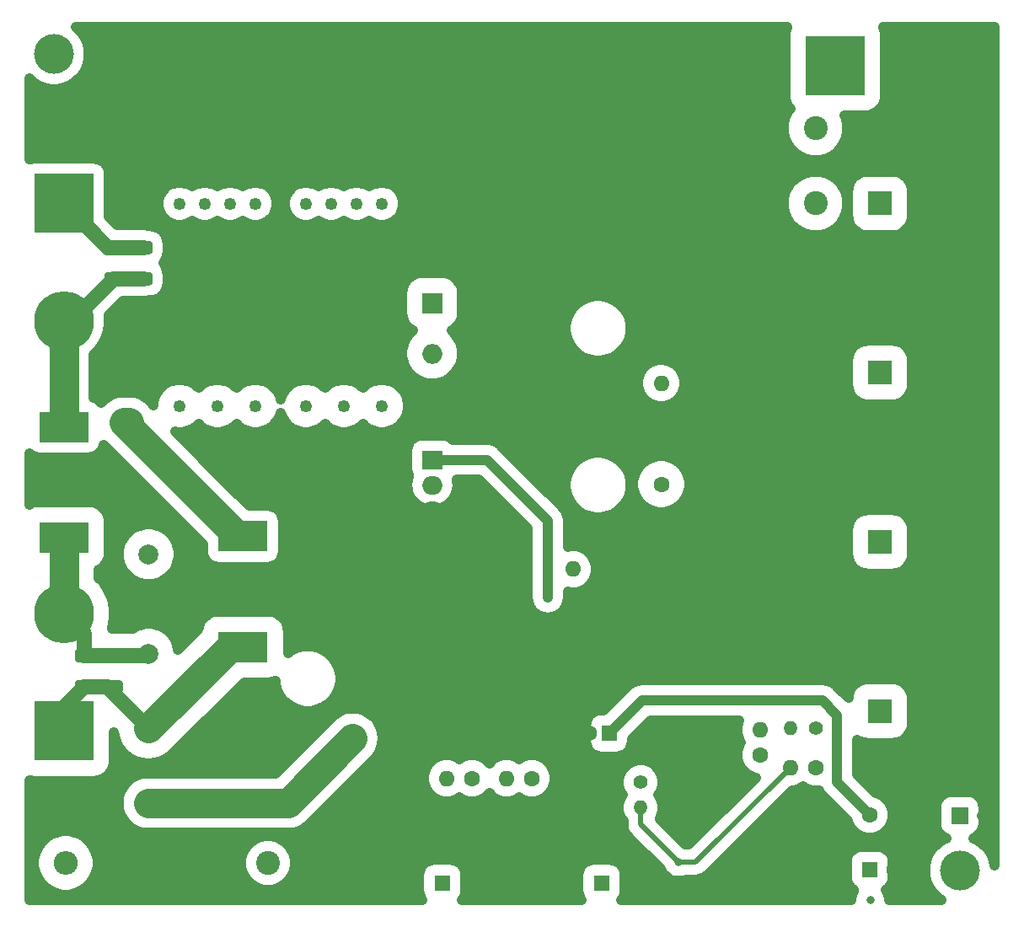
<source format=gbr>
%TF.GenerationSoftware,KiCad,Pcbnew,5.1.9-73d0e3b20d~88~ubuntu20.04.1*%
%TF.CreationDate,2021-03-11T22:23:18-06:00*%
%TF.ProjectId,pfc,7066632e-6b69-4636-9164-5f7063625858,rev?*%
%TF.SameCoordinates,Original*%
%TF.FileFunction,Copper,L2,Bot*%
%TF.FilePolarity,Positive*%
%FSLAX46Y46*%
G04 Gerber Fmt 4.6, Leading zero omitted, Abs format (unit mm)*
G04 Created by KiCad (PCBNEW 5.1.9-73d0e3b20d~88~ubuntu20.04.1) date 2021-03-11 22:23:18*
%MOMM*%
%LPD*%
G01*
G04 APERTURE LIST*
%TA.AperFunction,WasherPad*%
%ADD10C,4.000000*%
%TD*%
%TA.AperFunction,ComponentPad*%
%ADD11R,5.999480X5.999480*%
%TD*%
%TA.AperFunction,ComponentPad*%
%ADD12C,5.999480*%
%TD*%
%TA.AperFunction,SMDPad,CuDef*%
%ADD13R,5.000000X3.100000*%
%TD*%
%TA.AperFunction,ComponentPad*%
%ADD14O,1.400000X1.400000*%
%TD*%
%TA.AperFunction,ComponentPad*%
%ADD15C,1.400000*%
%TD*%
%TA.AperFunction,ComponentPad*%
%ADD16O,1.600000X1.600000*%
%TD*%
%TA.AperFunction,ComponentPad*%
%ADD17C,1.600000*%
%TD*%
%TA.AperFunction,ComponentPad*%
%ADD18O,2.000000X1.905000*%
%TD*%
%TA.AperFunction,ComponentPad*%
%ADD19R,2.000000X1.905000*%
%TD*%
%TA.AperFunction,ComponentPad*%
%ADD20O,2.400000X2.400000*%
%TD*%
%TA.AperFunction,ComponentPad*%
%ADD21C,2.400000*%
%TD*%
%TA.AperFunction,ComponentPad*%
%ADD22O,1.700000X1.700000*%
%TD*%
%TA.AperFunction,ComponentPad*%
%ADD23R,1.700000X1.700000*%
%TD*%
%TA.AperFunction,ComponentPad*%
%ADD24O,2.000000X2.000000*%
%TD*%
%TA.AperFunction,ComponentPad*%
%ADD25R,2.000000X2.000000*%
%TD*%
%TA.AperFunction,ComponentPad*%
%ADD26R,1.600000X1.600000*%
%TD*%
%TA.AperFunction,ComponentPad*%
%ADD27R,2.400000X2.400000*%
%TD*%
%TA.AperFunction,ComponentPad*%
%ADD28C,1.250000*%
%TD*%
%TA.AperFunction,ComponentPad*%
%ADD29C,2.000000*%
%TD*%
%TA.AperFunction,ViaPad*%
%ADD30C,0.800000*%
%TD*%
%TA.AperFunction,ViaPad*%
%ADD31C,2.000000*%
%TD*%
%TA.AperFunction,ViaPad*%
%ADD32C,3.000000*%
%TD*%
%TA.AperFunction,Conductor*%
%ADD33C,1.500000*%
%TD*%
%TA.AperFunction,Conductor*%
%ADD34C,3.000000*%
%TD*%
%TA.AperFunction,Conductor*%
%ADD35C,0.500000*%
%TD*%
%TA.AperFunction,Conductor*%
%ADD36C,1.000000*%
%TD*%
%TA.AperFunction,Conductor*%
%ADD37C,0.100000*%
%TD*%
G04 APERTURE END LIST*
D10*
%TO.P,REF\u002A\u002A,*%
%TO.N,*%
X195000000Y-136250000D03*
%TD*%
%TO.P,REF\u002A\u002A,*%
%TO.N,*%
X104000000Y-54250000D03*
%TD*%
D11*
%TO.P,J4,1*%
%TO.N,v120p*%
X105000000Y-122250000D03*
D12*
%TO.P,J4,2*%
%TO.N,v120n*%
X105000000Y-110450000D03*
%TD*%
D13*
%TO.P,L5,2*%
%TO.N,Net-(C23-Pad2)*%
X105000000Y-91700000D03*
%TO.P,L5,1*%
%TO.N,v120n*%
X105000000Y-102800000D03*
%TD*%
%TO.P,L4,2*%
%TO.N,Net-(C23-Pad1)*%
X123000000Y-102700000D03*
%TO.P,L4,1*%
%TO.N,v120p*%
X123000000Y-113800000D03*
%TD*%
%TO.P,C26,2*%
%TO.N,v120n*%
%TA.AperFunction,SMDPad,CuDef*%
G36*
G01*
X107650001Y-115350000D02*
X106349999Y-115350000D01*
G75*
G02*
X106100000Y-115100001I0J249999D01*
G01*
X106100000Y-114274999D01*
G75*
G02*
X106349999Y-114025000I249999J0D01*
G01*
X107650001Y-114025000D01*
G75*
G02*
X107900000Y-114274999I0J-249999D01*
G01*
X107900000Y-115100001D01*
G75*
G02*
X107650001Y-115350000I-249999J0D01*
G01*
G37*
%TD.AperFunction*%
%TO.P,C26,1*%
%TO.N,v120p*%
%TA.AperFunction,SMDPad,CuDef*%
G36*
G01*
X107650001Y-118475000D02*
X106349999Y-118475000D01*
G75*
G02*
X106100000Y-118225001I0J249999D01*
G01*
X106100000Y-117399999D01*
G75*
G02*
X106349999Y-117150000I249999J0D01*
G01*
X107650001Y-117150000D01*
G75*
G02*
X107900000Y-117399999I0J-249999D01*
G01*
X107900000Y-118225001D01*
G75*
G02*
X107650001Y-118475000I-249999J0D01*
G01*
G37*
%TD.AperFunction*%
%TD*%
%TO.P,C25,2*%
%TO.N,v120n*%
%TA.AperFunction,SMDPad,CuDef*%
G36*
G01*
X110650001Y-115350000D02*
X109349999Y-115350000D01*
G75*
G02*
X109100000Y-115100001I0J249999D01*
G01*
X109100000Y-114274999D01*
G75*
G02*
X109349999Y-114025000I249999J0D01*
G01*
X110650001Y-114025000D01*
G75*
G02*
X110900000Y-114274999I0J-249999D01*
G01*
X110900000Y-115100001D01*
G75*
G02*
X110650001Y-115350000I-249999J0D01*
G01*
G37*
%TD.AperFunction*%
%TO.P,C25,1*%
%TO.N,v120p*%
%TA.AperFunction,SMDPad,CuDef*%
G36*
G01*
X110650001Y-118475000D02*
X109349999Y-118475000D01*
G75*
G02*
X109100000Y-118225001I0J249999D01*
G01*
X109100000Y-117399999D01*
G75*
G02*
X109349999Y-117150000I249999J0D01*
G01*
X110650001Y-117150000D01*
G75*
G02*
X110900000Y-117399999I0J-249999D01*
G01*
X110900000Y-118225001D01*
G75*
G02*
X110650001Y-118475000I-249999J0D01*
G01*
G37*
%TD.AperFunction*%
%TD*%
%TO.P,C24,2*%
%TO.N,Net-(C23-Pad2)*%
%TA.AperFunction,SMDPad,CuDef*%
G36*
G01*
X112349999Y-76150000D02*
X113650001Y-76150000D01*
G75*
G02*
X113900000Y-76399999I0J-249999D01*
G01*
X113900000Y-77225001D01*
G75*
G02*
X113650001Y-77475000I-249999J0D01*
G01*
X112349999Y-77475000D01*
G75*
G02*
X112100000Y-77225001I0J249999D01*
G01*
X112100000Y-76399999D01*
G75*
G02*
X112349999Y-76150000I249999J0D01*
G01*
G37*
%TD.AperFunction*%
%TO.P,C24,1*%
%TO.N,Net-(C23-Pad1)*%
%TA.AperFunction,SMDPad,CuDef*%
G36*
G01*
X112349999Y-73025000D02*
X113650001Y-73025000D01*
G75*
G02*
X113900000Y-73274999I0J-249999D01*
G01*
X113900000Y-74100001D01*
G75*
G02*
X113650001Y-74350000I-249999J0D01*
G01*
X112349999Y-74350000D01*
G75*
G02*
X112100000Y-74100001I0J249999D01*
G01*
X112100000Y-73274999D01*
G75*
G02*
X112349999Y-73025000I249999J0D01*
G01*
G37*
%TD.AperFunction*%
%TD*%
%TO.P,C23,2*%
%TO.N,Net-(C23-Pad2)*%
%TA.AperFunction,SMDPad,CuDef*%
G36*
G01*
X109349999Y-76150000D02*
X110650001Y-76150000D01*
G75*
G02*
X110900000Y-76399999I0J-249999D01*
G01*
X110900000Y-77225001D01*
G75*
G02*
X110650001Y-77475000I-249999J0D01*
G01*
X109349999Y-77475000D01*
G75*
G02*
X109100000Y-77225001I0J249999D01*
G01*
X109100000Y-76399999D01*
G75*
G02*
X109349999Y-76150000I249999J0D01*
G01*
G37*
%TD.AperFunction*%
%TO.P,C23,1*%
%TO.N,Net-(C23-Pad1)*%
%TA.AperFunction,SMDPad,CuDef*%
G36*
G01*
X109349999Y-73025000D02*
X110650001Y-73025000D01*
G75*
G02*
X110900000Y-73274999I0J-249999D01*
G01*
X110900000Y-74100001D01*
G75*
G02*
X110650001Y-74350000I-249999J0D01*
G01*
X109349999Y-74350000D01*
G75*
G02*
X109100000Y-74100001I0J249999D01*
G01*
X109100000Y-73274999D01*
G75*
G02*
X109349999Y-73025000I249999J0D01*
G01*
G37*
%TD.AperFunction*%
%TD*%
D14*
%TO.P,R4,2*%
%TO.N,Net-(R2-Pad2)*%
X177960000Y-122000000D03*
D15*
%TO.P,R4,1*%
%TO.N,Net-(C21-Pad1)*%
X180500000Y-122000000D03*
%TD*%
D14*
%TO.P,R3,2*%
%TO.N,Net-(C19-Pad1)*%
X162940000Y-129960000D03*
D15*
%TO.P,R3,1*%
%TO.N,Net-(C15-Pad2)*%
X162940000Y-127420000D03*
%TD*%
D11*
%TO.P,J2,1*%
%TO.N,vpfc*%
X182474000Y-55414000D03*
D12*
%TO.P,J2,2*%
%TO.N,gnd*%
X194274000Y-55414000D03*
%TD*%
D16*
%TO.P,Rout2,2*%
%TO.N,Net-(C6-Pad2)*%
X165000000Y-87291000D03*
D17*
%TO.P,Rout2,1*%
%TO.N,Net-(C3-Pad1)*%
X165000000Y-97451000D03*
%TD*%
D16*
%TO.P,Rout1,2*%
%TO.N,Net-(C3-Pad2)*%
X156160000Y-106000000D03*
D17*
%TO.P,Rout1,1*%
%TO.N,gnd*%
X146000000Y-106000000D03*
%TD*%
D18*
%TO.P,Q1,3*%
%TO.N,gnd*%
X142000000Y-100080000D03*
%TO.P,Q1,2*%
%TO.N,Net-(C3-Pad1)*%
X142000000Y-97540000D03*
D19*
%TO.P,Q1,1*%
%TO.N,Net-(D3-Pad2)*%
X142000000Y-95000000D03*
%TD*%
D16*
%TO.P,Risf2,2*%
%TO.N,Net-(Risf1-Pad1)*%
X149460000Y-127000000D03*
D17*
%TO.P,Risf2,1*%
%TO.N,is*%
X152000000Y-127000000D03*
%TD*%
D16*
%TO.P,Risf1,2*%
%TO.N,Net-(C1-Pad2)*%
X143460000Y-127000000D03*
D17*
%TO.P,Risf1,1*%
%TO.N,Net-(Risf1-Pad1)*%
X146000000Y-127000000D03*
%TD*%
D20*
%TO.P,R8,2*%
%TO.N,gnd*%
X155100000Y-61700000D03*
D21*
%TO.P,R8,1*%
%TO.N,vpfc*%
X180500000Y-61700000D03*
%TD*%
D20*
%TO.P,R7,2*%
%TO.N,gnd*%
X155100000Y-69250000D03*
D21*
%TO.P,R7,1*%
%TO.N,vpfc*%
X180500000Y-69250000D03*
%TD*%
D16*
%TO.P,R6,2*%
%TO.N,gnd*%
X188480000Y-130670000D03*
D17*
%TO.P,R6,1*%
%TO.N,vcc*%
X185940000Y-130670000D03*
%TD*%
D16*
%TO.P,R5,2*%
%TO.N,Net-(C19-Pad1)*%
X177960000Y-125920000D03*
D17*
%TO.P,R5,1*%
%TO.N,Net-(C21-Pad1)*%
X180500000Y-125920000D03*
%TD*%
D16*
%TO.P,R2,2*%
%TO.N,Net-(R2-Pad2)*%
X174940000Y-122130000D03*
D17*
%TO.P,R2,1*%
%TO.N,Net-(C15-Pad1)*%
X174940000Y-124670000D03*
%TD*%
D20*
%TO.P,R1,2*%
%TO.N,v120p*%
X105180000Y-135500000D03*
D21*
%TO.P,R1,1*%
%TO.N,Net-(D4-Pad3)*%
X125500000Y-135500000D03*
%TD*%
D22*
%TO.P,J3,2*%
%TO.N,gnd*%
X197540000Y-130750000D03*
D23*
%TO.P,J3,1*%
%TO.N,vcc*%
X195000000Y-130750000D03*
%TD*%
D24*
%TO.P,D2,2*%
%TO.N,Net-(C3-Pad1)*%
X142000000Y-84330000D03*
D25*
%TO.P,D2,1*%
%TO.N,vpfc*%
X142000000Y-79250000D03*
%TD*%
D17*
%TO.P,C22,2*%
%TO.N,gnd*%
X188440000Y-136170000D03*
D26*
%TO.P,C22,1*%
%TO.N,vcc*%
X185940000Y-136170000D03*
%TD*%
D17*
%TO.P,C14,2*%
%TO.N,gnd*%
X159000000Y-134000000D03*
D26*
%TO.P,C14,1*%
%TO.N,Net-(C14-Pad1)*%
X159000000Y-137500000D03*
%TD*%
D17*
%TO.P,C13,2*%
%TO.N,gnd*%
X143000000Y-134000000D03*
D26*
%TO.P,C13,1*%
%TO.N,Net-(C13-Pad1)*%
X143000000Y-137500000D03*
%TD*%
D21*
%TO.P,C10,2*%
%TO.N,gnd*%
X194500000Y-120250000D03*
D27*
%TO.P,C10,1*%
%TO.N,vpfc*%
X187000000Y-120250000D03*
%TD*%
D21*
%TO.P,C9,2*%
%TO.N,gnd*%
X194500000Y-86250000D03*
D27*
%TO.P,C9,1*%
%TO.N,vpfc*%
X187000000Y-86250000D03*
%TD*%
D21*
%TO.P,C7,2*%
%TO.N,gnd*%
X194500000Y-69250000D03*
D27*
%TO.P,C7,1*%
%TO.N,vpfc*%
X187000000Y-69250000D03*
%TD*%
D21*
%TO.P,C5,2*%
%TO.N,gnd*%
X194500000Y-103250000D03*
D27*
%TO.P,C5,1*%
%TO.N,vpfc*%
X187000000Y-103250000D03*
%TD*%
D17*
%TO.P,C4,2*%
%TO.N,gnd*%
X157750000Y-122500000D03*
D26*
%TO.P,C4,1*%
%TO.N,vcc*%
X159750000Y-122500000D03*
%TD*%
D11*
%TO.P,J1,1*%
%TO.N,Net-(C23-Pad1)*%
X105000000Y-69250000D03*
D12*
%TO.P,J1,2*%
%TO.N,Net-(C23-Pad2)*%
X105000000Y-81050000D03*
%TD*%
D28*
%TO.P,L1,*%
%TO.N,*%
X116620000Y-69270000D03*
%TO.P,L1,2*%
%TO.N,Net-(C1-Pad1)*%
X116620000Y-89590000D03*
%TO.P,L1,*%
%TO.N,*%
X119160000Y-69270000D03*
X121700000Y-69270000D03*
X124240000Y-69270000D03*
X129320000Y-69270000D03*
X131860000Y-69270000D03*
X134400000Y-69270000D03*
X136940000Y-69270000D03*
%TO.P,L1,2*%
%TO.N,Net-(C1-Pad1)*%
X120430000Y-89590000D03*
X124240000Y-89590000D03*
%TO.P,L1,1*%
%TO.N,Net-(C3-Pad1)*%
X129320000Y-89590000D03*
X133130000Y-89590000D03*
X136940000Y-89590000D03*
%TD*%
D29*
%TO.P,D1,4*%
%TO.N,Net-(C1-Pad2)*%
X113500000Y-129500000D03*
%TO.P,D1,3*%
%TO.N,v120p*%
X113500000Y-122000000D03*
%TO.P,D1,2*%
%TO.N,v120n*%
X113500000Y-114500000D03*
%TO.P,D1,1*%
%TO.N,Net-(C1-Pad1)*%
X113500000Y-104500000D03*
%TD*%
D30*
%TO.N,*%
X186000000Y-139250000D03*
D31*
%TO.N,Net-(C1-Pad2)*%
X134000000Y-123000000D03*
D30*
%TO.N,gnd*%
X156500000Y-112000000D03*
X151750000Y-112000000D03*
D32*
X154500000Y-121250000D03*
D30*
X175000000Y-80000000D03*
X175000000Y-75000000D03*
X180000000Y-85000000D03*
X180000000Y-90000000D03*
X175000000Y-90000000D03*
X170000000Y-90000000D03*
X160000000Y-90000000D03*
X170000000Y-80000000D03*
X171000000Y-76000000D03*
X145000000Y-75000000D03*
X140000000Y-75000000D03*
X135000000Y-80000000D03*
X135000000Y-85000000D03*
X130000000Y-85000000D03*
X125000000Y-85000000D03*
X120000000Y-85000000D03*
X115000000Y-85000000D03*
X110000000Y-101250000D03*
X110000000Y-105000000D03*
X115000000Y-110000000D03*
X125000000Y-110000000D03*
X125000000Y-120000000D03*
X125000000Y-125000000D03*
X120000000Y-125000000D03*
X180000000Y-115000000D03*
X166000000Y-103000000D03*
X149000000Y-101000000D03*
X136000000Y-107000000D03*
X133000000Y-102000000D03*
X134000000Y-95000000D03*
X156000000Y-90000000D03*
X183000000Y-94000000D03*
X181000000Y-102000000D03*
X183000000Y-112000000D03*
X131000000Y-105000000D03*
X139000000Y-105000000D03*
X174250000Y-134000000D03*
X168250000Y-110252600D03*
X161671400Y-110100200D03*
D31*
X105000000Y-97250000D03*
X121000000Y-108250000D03*
X118000000Y-135250000D03*
D30*
X150000000Y-120250000D03*
X150000000Y-105250000D03*
X103000000Y-63250000D03*
X108000000Y-63250000D03*
X111000000Y-63250000D03*
X114000000Y-63250000D03*
X114000000Y-67250000D03*
X187000000Y-126250000D03*
X196000000Y-126250000D03*
X194500000Y-111750000D03*
X194500000Y-97750000D03*
X194500000Y-76750000D03*
X152040000Y-87240000D03*
X159690000Y-87210000D03*
X154590000Y-96710000D03*
X152170000Y-75130000D03*
X160590000Y-66200000D03*
X166220000Y-64230000D03*
X173900000Y-64380000D03*
X111490000Y-137910000D03*
X117640000Y-138490000D03*
%TO.N,Net-(D3-Pad2)*%
X153600000Y-108850000D03*
%TO.N,Net-(C19-Pad1)*%
X166726000Y-135424000D03*
D31*
%TO.N,Net-(C23-Pad1)*%
X111000000Y-91250000D03*
%TD*%
D33*
%TO.N,v120n*%
X113312500Y-114687500D02*
X113500000Y-114500000D01*
X107000000Y-114687500D02*
X113312500Y-114687500D01*
X107000000Y-112450000D02*
X105000000Y-110450000D01*
X107000000Y-114687500D02*
X107000000Y-112450000D01*
D34*
X105000000Y-102800000D02*
X105000000Y-110450000D01*
D33*
%TO.N,v120p*%
X105000000Y-119812500D02*
X107000000Y-117812500D01*
X105000000Y-122250000D02*
X105000000Y-119812500D01*
X109312500Y-117812500D02*
X113500000Y-122000000D01*
X107000000Y-117812500D02*
X109312500Y-117812500D01*
D34*
X121700000Y-113800000D02*
X113500000Y-122000000D01*
X123000000Y-113800000D02*
X121700000Y-113800000D01*
%TO.N,Net-(C1-Pad2)*%
X127500000Y-129500000D02*
X134000000Y-123000000D01*
X113500000Y-129500000D02*
X127500000Y-129500000D01*
D35*
%TO.N,gnd*%
X156500000Y-112000000D02*
X151750000Y-112000000D01*
X151750000Y-112000000D02*
X151750000Y-112000000D01*
D36*
%TO.N,Net-(D3-Pad2)*%
X153600000Y-101100000D02*
X147500000Y-95000000D01*
X153600000Y-108850000D02*
X153600000Y-101100000D01*
X147500000Y-95000000D02*
X142000000Y-95000000D01*
D35*
%TO.N,Net-(C19-Pad1)*%
X162940000Y-131638000D02*
X166726000Y-135424000D01*
X162940000Y-129960000D02*
X162940000Y-131638000D01*
X168456000Y-135424000D02*
X177960000Y-125920000D01*
X166726000Y-135424000D02*
X168456000Y-135424000D01*
D36*
%TO.N,vcc*%
X163080000Y-119170000D02*
X159750000Y-122500000D01*
X181190000Y-119170000D02*
X163080000Y-119170000D01*
X182690000Y-120670000D02*
X181190000Y-119170000D01*
X182690000Y-127420000D02*
X182690000Y-120670000D01*
X185940000Y-130670000D02*
X182690000Y-127420000D01*
D33*
%TO.N,Net-(C23-Pad2)*%
X105762500Y-81050000D02*
X110000000Y-76812500D01*
X105000000Y-81050000D02*
X105762500Y-81050000D01*
X113000000Y-76812500D02*
X110000000Y-76812500D01*
D34*
X105000000Y-81050000D02*
X105000000Y-91700000D01*
D33*
%TO.N,Net-(C23-Pad1)*%
X109437500Y-73687500D02*
X105000000Y-69250000D01*
X110000000Y-73687500D02*
X109437500Y-73687500D01*
X110000000Y-73687500D02*
X113000000Y-73687500D01*
D34*
X111000000Y-91250000D02*
X111550000Y-91250000D01*
X122450000Y-102700000D02*
X111000000Y-91250000D01*
X123000000Y-102700000D02*
X122450000Y-102700000D01*
%TD*%
D36*
%TO.N,gnd*%
X177617561Y-51645190D02*
X177503198Y-52022191D01*
X177464583Y-52414260D01*
X177464583Y-58413740D01*
X177503198Y-58805809D01*
X177617561Y-59182810D01*
X177803275Y-59530257D01*
X177967478Y-59730339D01*
X177664197Y-60184232D01*
X177422975Y-60766595D01*
X177300000Y-61384828D01*
X177300000Y-62015172D01*
X177422975Y-62633405D01*
X177664197Y-63215768D01*
X178014398Y-63739881D01*
X178460119Y-64185602D01*
X178984232Y-64535803D01*
X179566595Y-64777025D01*
X180184828Y-64900000D01*
X180815172Y-64900000D01*
X181433405Y-64777025D01*
X182015768Y-64535803D01*
X182539881Y-64185602D01*
X182985602Y-63739881D01*
X183335803Y-63215768D01*
X183577025Y-62633405D01*
X183700000Y-62015172D01*
X183700000Y-61384828D01*
X183577025Y-60766595D01*
X183434876Y-60423417D01*
X185473740Y-60423417D01*
X185865809Y-60384802D01*
X186242810Y-60270439D01*
X186590257Y-60084725D01*
X186894796Y-59834796D01*
X187144725Y-59530257D01*
X187330439Y-59182810D01*
X187444802Y-58805809D01*
X187483417Y-58413740D01*
X187483417Y-52414260D01*
X187444802Y-52022191D01*
X187330439Y-51645190D01*
X187266196Y-51525000D01*
X198475000Y-51525000D01*
X198475001Y-135779601D01*
X198365497Y-135229088D01*
X198101660Y-134592128D01*
X197718628Y-134018880D01*
X197231120Y-133531372D01*
X196657872Y-133148340D01*
X196343040Y-133017933D01*
X196426802Y-132992524D01*
X196687387Y-132853238D01*
X196915792Y-132665792D01*
X197103238Y-132437387D01*
X197242524Y-132176802D01*
X197328295Y-131894051D01*
X197357257Y-131600000D01*
X197357257Y-129900000D01*
X197328295Y-129605949D01*
X197242524Y-129323198D01*
X197103238Y-129062613D01*
X196915792Y-128834208D01*
X196687387Y-128646762D01*
X196426802Y-128507476D01*
X196144051Y-128421705D01*
X195850000Y-128392743D01*
X194150000Y-128392743D01*
X193855949Y-128421705D01*
X193573198Y-128507476D01*
X193312613Y-128646762D01*
X193084208Y-128834208D01*
X192896762Y-129062613D01*
X192757476Y-129323198D01*
X192671705Y-129605949D01*
X192642743Y-129900000D01*
X192642743Y-131600000D01*
X192671705Y-131894051D01*
X192757476Y-132176802D01*
X192896762Y-132437387D01*
X193084208Y-132665792D01*
X193312613Y-132853238D01*
X193573198Y-132992524D01*
X193656960Y-133017933D01*
X193342128Y-133148340D01*
X192768880Y-133531372D01*
X192281372Y-134018880D01*
X191898340Y-134592128D01*
X191634503Y-135229088D01*
X191500000Y-135905280D01*
X191500000Y-136594720D01*
X191634503Y-137270912D01*
X191898340Y-137907872D01*
X192281372Y-138481120D01*
X192768880Y-138968628D01*
X193152568Y-139225000D01*
X187900000Y-139225000D01*
X187900000Y-139062866D01*
X187826984Y-138695791D01*
X187683758Y-138350013D01*
X187591378Y-138211756D01*
X187805792Y-138035792D01*
X187993238Y-137807387D01*
X188132524Y-137546802D01*
X188218295Y-137264051D01*
X188247257Y-136970000D01*
X188247257Y-135370000D01*
X188218295Y-135075949D01*
X188132524Y-134793198D01*
X187993238Y-134532613D01*
X187805792Y-134304208D01*
X187577387Y-134116762D01*
X187316802Y-133977476D01*
X187034051Y-133891705D01*
X186740000Y-133862743D01*
X185140000Y-133862743D01*
X184845949Y-133891705D01*
X184563198Y-133977476D01*
X184302613Y-134116762D01*
X184074208Y-134304208D01*
X183886762Y-134532613D01*
X183747476Y-134793198D01*
X183661705Y-135075949D01*
X183632743Y-135370000D01*
X183632743Y-136970000D01*
X183661705Y-137264051D01*
X183747476Y-137546802D01*
X183886762Y-137807387D01*
X184074208Y-138035792D01*
X184302613Y-138223238D01*
X184375072Y-138261968D01*
X184316242Y-138350013D01*
X184173016Y-138695791D01*
X184100000Y-139062866D01*
X184100000Y-139225000D01*
X160981336Y-139225000D01*
X161053238Y-139137387D01*
X161192524Y-138876802D01*
X161278295Y-138594051D01*
X161307257Y-138300000D01*
X161307257Y-136700000D01*
X161278295Y-136405949D01*
X161192524Y-136123198D01*
X161053238Y-135862613D01*
X160865792Y-135634208D01*
X160637387Y-135446762D01*
X160376802Y-135307476D01*
X160094051Y-135221705D01*
X159800000Y-135192743D01*
X158200000Y-135192743D01*
X157905949Y-135221705D01*
X157623198Y-135307476D01*
X157362613Y-135446762D01*
X157134208Y-135634208D01*
X156946762Y-135862613D01*
X156807476Y-136123198D01*
X156721705Y-136405949D01*
X156692743Y-136700000D01*
X156692743Y-138300000D01*
X156721705Y-138594051D01*
X156807476Y-138876802D01*
X156946762Y-139137387D01*
X157018664Y-139225000D01*
X144981336Y-139225000D01*
X145053238Y-139137387D01*
X145192524Y-138876802D01*
X145278295Y-138594051D01*
X145307257Y-138300000D01*
X145307257Y-136700000D01*
X145278295Y-136405949D01*
X145192524Y-136123198D01*
X145053238Y-135862613D01*
X144865792Y-135634208D01*
X144637387Y-135446762D01*
X144376802Y-135307476D01*
X144094051Y-135221705D01*
X143800000Y-135192743D01*
X142200000Y-135192743D01*
X141905949Y-135221705D01*
X141623198Y-135307476D01*
X141362613Y-135446762D01*
X141134208Y-135634208D01*
X140946762Y-135862613D01*
X140807476Y-136123198D01*
X140721705Y-136405949D01*
X140692743Y-136700000D01*
X140692743Y-138300000D01*
X140721705Y-138594051D01*
X140807476Y-138876802D01*
X140946762Y-139137387D01*
X141018664Y-139225000D01*
X101525000Y-139225000D01*
X101525000Y-135184828D01*
X101980000Y-135184828D01*
X101980000Y-135815172D01*
X102102975Y-136433405D01*
X102344197Y-137015768D01*
X102694398Y-137539881D01*
X103140119Y-137985602D01*
X103664232Y-138335803D01*
X104246595Y-138577025D01*
X104864828Y-138700000D01*
X105495172Y-138700000D01*
X106113405Y-138577025D01*
X106695768Y-138335803D01*
X107219881Y-137985602D01*
X107665602Y-137539881D01*
X108015803Y-137015768D01*
X108257025Y-136433405D01*
X108380000Y-135815172D01*
X108380000Y-135234073D01*
X122800000Y-135234073D01*
X122800000Y-135765927D01*
X122903760Y-136287561D01*
X123107291Y-136778930D01*
X123402773Y-137221150D01*
X123778850Y-137597227D01*
X124221070Y-137892709D01*
X124712439Y-138096240D01*
X125234073Y-138200000D01*
X125765927Y-138200000D01*
X126287561Y-138096240D01*
X126778930Y-137892709D01*
X127221150Y-137597227D01*
X127597227Y-137221150D01*
X127892709Y-136778930D01*
X128096240Y-136287561D01*
X128200000Y-135765927D01*
X128200000Y-135234073D01*
X128096240Y-134712439D01*
X127892709Y-134221070D01*
X127597227Y-133778850D01*
X127221150Y-133402773D01*
X126778930Y-133107291D01*
X126287561Y-132903760D01*
X125765927Y-132800000D01*
X125234073Y-132800000D01*
X124712439Y-132903760D01*
X124221070Y-133107291D01*
X123778850Y-133402773D01*
X123402773Y-133778850D01*
X123107291Y-134221070D01*
X122903760Y-134712439D01*
X122800000Y-135234073D01*
X108380000Y-135234073D01*
X108380000Y-135184828D01*
X108257025Y-134566595D01*
X108015803Y-133984232D01*
X107665602Y-133460119D01*
X107219881Y-133014398D01*
X106695768Y-132664197D01*
X106113405Y-132422975D01*
X105495172Y-132300000D01*
X104864828Y-132300000D01*
X104246595Y-132422975D01*
X103664232Y-132664197D01*
X103140119Y-133014398D01*
X102694398Y-133460119D01*
X102344197Y-133984232D01*
X102102975Y-134566595D01*
X101980000Y-135184828D01*
X101525000Y-135184828D01*
X101525000Y-129500000D01*
X110485485Y-129500000D01*
X110543408Y-130088103D01*
X110714951Y-130653605D01*
X110993522Y-131174775D01*
X111368416Y-131631584D01*
X111825225Y-132006478D01*
X112346395Y-132285049D01*
X112911897Y-132456592D01*
X113352627Y-132500000D01*
X127352627Y-132500000D01*
X127500000Y-132514515D01*
X127647373Y-132500000D01*
X128088103Y-132456592D01*
X128653605Y-132285049D01*
X129174775Y-132006478D01*
X129631584Y-131631584D01*
X129725537Y-131517102D01*
X134469170Y-126773470D01*
X141160000Y-126773470D01*
X141160000Y-127226530D01*
X141248387Y-127670885D01*
X141421766Y-128089459D01*
X141673473Y-128466165D01*
X141993835Y-128786527D01*
X142370541Y-129038234D01*
X142789115Y-129211613D01*
X143233470Y-129300000D01*
X143686530Y-129300000D01*
X144130885Y-129211613D01*
X144549459Y-129038234D01*
X144730000Y-128917600D01*
X144910541Y-129038234D01*
X145329115Y-129211613D01*
X145773470Y-129300000D01*
X146226530Y-129300000D01*
X146670885Y-129211613D01*
X147089459Y-129038234D01*
X147466165Y-128786527D01*
X147730000Y-128522692D01*
X147993835Y-128786527D01*
X148370541Y-129038234D01*
X148789115Y-129211613D01*
X149233470Y-129300000D01*
X149686530Y-129300000D01*
X150130885Y-129211613D01*
X150549459Y-129038234D01*
X150730000Y-128917600D01*
X150910541Y-129038234D01*
X151329115Y-129211613D01*
X151773470Y-129300000D01*
X152226530Y-129300000D01*
X152670885Y-129211613D01*
X153089459Y-129038234D01*
X153466165Y-128786527D01*
X153786527Y-128466165D01*
X154038234Y-128089459D01*
X154211613Y-127670885D01*
X154300000Y-127226530D01*
X154300000Y-126773470D01*
X154211613Y-126329115D01*
X154038234Y-125910541D01*
X153786527Y-125533835D01*
X153466165Y-125213473D01*
X153089459Y-124961766D01*
X152670885Y-124788387D01*
X152226530Y-124700000D01*
X151773470Y-124700000D01*
X151329115Y-124788387D01*
X150910541Y-124961766D01*
X150730000Y-125082400D01*
X150549459Y-124961766D01*
X150130885Y-124788387D01*
X149686530Y-124700000D01*
X149233470Y-124700000D01*
X148789115Y-124788387D01*
X148370541Y-124961766D01*
X147993835Y-125213473D01*
X147730000Y-125477308D01*
X147466165Y-125213473D01*
X147089459Y-124961766D01*
X146670885Y-124788387D01*
X146226530Y-124700000D01*
X145773470Y-124700000D01*
X145329115Y-124788387D01*
X144910541Y-124961766D01*
X144730000Y-125082400D01*
X144549459Y-124961766D01*
X144130885Y-124788387D01*
X143686530Y-124700000D01*
X143233470Y-124700000D01*
X142789115Y-124788387D01*
X142370541Y-124961766D01*
X141993835Y-125213473D01*
X141673473Y-125533835D01*
X141421766Y-125910541D01*
X141248387Y-126329115D01*
X141160000Y-126773470D01*
X134469170Y-126773470D01*
X136225528Y-125017113D01*
X136506477Y-124674775D01*
X136785048Y-124153606D01*
X136956592Y-123588103D01*
X137014514Y-123000001D01*
X136956592Y-122411898D01*
X136785048Y-121846395D01*
X136706799Y-121700000D01*
X157442743Y-121700000D01*
X157442743Y-123300000D01*
X157471705Y-123594051D01*
X157557476Y-123876802D01*
X157696762Y-124137387D01*
X157884208Y-124365792D01*
X158112613Y-124553238D01*
X158373198Y-124692524D01*
X158655949Y-124778295D01*
X158950000Y-124807257D01*
X160550000Y-124807257D01*
X160844051Y-124778295D01*
X161126802Y-124692524D01*
X161387387Y-124553238D01*
X161615792Y-124365792D01*
X161803238Y-124137387D01*
X161942524Y-123876802D01*
X162028295Y-123594051D01*
X162057257Y-123300000D01*
X162057257Y-123021169D01*
X163908427Y-121170000D01*
X172848142Y-121170000D01*
X172728387Y-121459115D01*
X172640000Y-121903470D01*
X172640000Y-122356530D01*
X172728387Y-122800885D01*
X172901766Y-123219459D01*
X173022400Y-123400000D01*
X172901766Y-123580541D01*
X172728387Y-123999115D01*
X172640000Y-124443470D01*
X172640000Y-124896530D01*
X172728387Y-125340885D01*
X172901766Y-125759459D01*
X173153473Y-126136165D01*
X173473835Y-126456527D01*
X173850541Y-126708234D01*
X174269115Y-126881613D01*
X174481306Y-126923820D01*
X167731127Y-133674000D01*
X167466065Y-133674000D01*
X167440131Y-133663258D01*
X164845294Y-131068421D01*
X164889615Y-131002091D01*
X165055455Y-130601716D01*
X165140000Y-130176681D01*
X165140000Y-129743319D01*
X165055455Y-129318284D01*
X164889615Y-128917909D01*
X164737331Y-128690000D01*
X164889615Y-128462091D01*
X165055455Y-128061716D01*
X165140000Y-127636681D01*
X165140000Y-127203319D01*
X165055455Y-126778284D01*
X164889615Y-126377909D01*
X164648852Y-126017582D01*
X164342418Y-125711148D01*
X163982091Y-125470385D01*
X163581716Y-125304545D01*
X163156681Y-125220000D01*
X162723319Y-125220000D01*
X162298284Y-125304545D01*
X161897909Y-125470385D01*
X161537582Y-125711148D01*
X161231148Y-126017582D01*
X160990385Y-126377909D01*
X160824545Y-126778284D01*
X160740000Y-127203319D01*
X160740000Y-127636681D01*
X160824545Y-128061716D01*
X160990385Y-128462091D01*
X161142669Y-128690000D01*
X160990385Y-128917909D01*
X160824545Y-129318284D01*
X160740000Y-129743319D01*
X160740000Y-130176681D01*
X160824545Y-130601716D01*
X160990385Y-131002091D01*
X161190000Y-131300836D01*
X161190000Y-131552035D01*
X161181533Y-131638000D01*
X161190000Y-131723965D01*
X161190000Y-131723968D01*
X161215322Y-131981060D01*
X161248689Y-132091056D01*
X161315389Y-132310936D01*
X161477888Y-132614952D01*
X161588720Y-132750000D01*
X161696577Y-132881424D01*
X161763351Y-132936224D01*
X164965258Y-136138131D01*
X165042242Y-136323987D01*
X165250174Y-136635179D01*
X165514821Y-136899826D01*
X165826013Y-137107758D01*
X166171791Y-137250984D01*
X166538866Y-137324000D01*
X166913134Y-137324000D01*
X167280209Y-137250984D01*
X167466065Y-137174000D01*
X168370035Y-137174000D01*
X168456000Y-137182467D01*
X168541965Y-137174000D01*
X168541968Y-137174000D01*
X168799060Y-137148679D01*
X169128936Y-137048612D01*
X169432952Y-136886112D01*
X169699424Y-136667424D01*
X169754229Y-136600644D01*
X178134874Y-128220000D01*
X178186530Y-128220000D01*
X178630885Y-128131613D01*
X179049459Y-127958234D01*
X179230000Y-127837600D01*
X179410541Y-127958234D01*
X179829115Y-128131613D01*
X180273470Y-128220000D01*
X180726530Y-128220000D01*
X180837984Y-128197831D01*
X181019015Y-128536517D01*
X181268944Y-128841056D01*
X181345265Y-128903691D01*
X183714961Y-131273388D01*
X183728387Y-131340885D01*
X183901766Y-131759459D01*
X184153473Y-132136165D01*
X184473835Y-132456527D01*
X184850541Y-132708234D01*
X185269115Y-132881613D01*
X185713470Y-132970000D01*
X186166530Y-132970000D01*
X186610885Y-132881613D01*
X187029459Y-132708234D01*
X187406165Y-132456527D01*
X187726527Y-132136165D01*
X187978234Y-131759459D01*
X188151613Y-131340885D01*
X188240000Y-130896530D01*
X188240000Y-130443470D01*
X188151613Y-129999115D01*
X187978234Y-129580541D01*
X187726527Y-129203835D01*
X187406165Y-128883473D01*
X187029459Y-128631766D01*
X186610885Y-128458387D01*
X186543388Y-128444961D01*
X184690000Y-126591574D01*
X184690000Y-123124468D01*
X185030930Y-123306699D01*
X185407931Y-123421062D01*
X185800000Y-123459677D01*
X188200000Y-123459677D01*
X188592069Y-123421062D01*
X188969070Y-123306699D01*
X189316517Y-123120985D01*
X189621056Y-122871056D01*
X189870985Y-122566517D01*
X190056699Y-122219070D01*
X190171062Y-121842069D01*
X190209677Y-121450000D01*
X190209677Y-119050000D01*
X190171062Y-118657931D01*
X190056699Y-118280930D01*
X189870985Y-117933483D01*
X189621056Y-117628944D01*
X189316517Y-117379015D01*
X188969070Y-117193301D01*
X188592069Y-117078938D01*
X188200000Y-117040323D01*
X185800000Y-117040323D01*
X185407931Y-117078938D01*
X185030930Y-117193301D01*
X184683483Y-117379015D01*
X184378944Y-117628944D01*
X184129015Y-117933483D01*
X183943301Y-118280930D01*
X183828938Y-118657931D01*
X183800016Y-118951589D01*
X182673691Y-117825265D01*
X182611056Y-117748944D01*
X182306517Y-117499015D01*
X181959070Y-117313301D01*
X181582069Y-117198938D01*
X181288253Y-117170000D01*
X181288243Y-117170000D01*
X181190000Y-117160324D01*
X181091757Y-117170000D01*
X163178242Y-117170000D01*
X163079999Y-117160324D01*
X162981756Y-117170000D01*
X162981747Y-117170000D01*
X162687931Y-117198938D01*
X162310930Y-117313301D01*
X161963483Y-117499015D01*
X161658944Y-117748944D01*
X161596313Y-117825260D01*
X159228831Y-120192743D01*
X158950000Y-120192743D01*
X158655949Y-120221705D01*
X158373198Y-120307476D01*
X158112613Y-120446762D01*
X157884208Y-120634208D01*
X157696762Y-120862613D01*
X157557476Y-121123198D01*
X157471705Y-121405949D01*
X157442743Y-121700000D01*
X136706799Y-121700000D01*
X136506477Y-121325226D01*
X136131583Y-120868417D01*
X135674774Y-120493523D01*
X135153605Y-120214952D01*
X134588102Y-120043408D01*
X133999999Y-119985486D01*
X133411897Y-120043408D01*
X132846394Y-120214952D01*
X132325225Y-120493523D01*
X131982887Y-120774472D01*
X126257361Y-126500000D01*
X113352627Y-126500000D01*
X112911897Y-126543408D01*
X112346395Y-126714951D01*
X111825225Y-126993522D01*
X111368416Y-127368416D01*
X110993522Y-127825225D01*
X110714951Y-128346395D01*
X110543408Y-128911897D01*
X110485485Y-129500000D01*
X101525000Y-129500000D01*
X101525000Y-127195566D01*
X101608191Y-127220802D01*
X102000260Y-127259417D01*
X107999740Y-127259417D01*
X108391809Y-127220802D01*
X108768810Y-127106439D01*
X109116257Y-126920725D01*
X109420796Y-126670796D01*
X109670725Y-126366257D01*
X109856439Y-126018810D01*
X109970802Y-125641809D01*
X110009417Y-125249740D01*
X110009417Y-122398504D01*
X110023723Y-122412811D01*
X110050642Y-122686120D01*
X110250776Y-123345872D01*
X110575776Y-123953904D01*
X111013152Y-124486848D01*
X111546096Y-124924224D01*
X112154128Y-125249224D01*
X112813880Y-125449358D01*
X113500000Y-125516935D01*
X114186120Y-125449358D01*
X114845872Y-125249224D01*
X115453904Y-124924224D01*
X115853290Y-124596456D01*
X123090071Y-117359677D01*
X125500000Y-117359677D01*
X125892069Y-117321062D01*
X126250000Y-117212484D01*
X126250000Y-117320097D01*
X126374896Y-117947990D01*
X126619888Y-118539452D01*
X126975560Y-119071754D01*
X127428246Y-119524440D01*
X127960548Y-119880112D01*
X128552010Y-120125104D01*
X129179903Y-120250000D01*
X129820097Y-120250000D01*
X130447990Y-120125104D01*
X131039452Y-119880112D01*
X131571754Y-119524440D01*
X132024440Y-119071754D01*
X132380112Y-118539452D01*
X132625104Y-117947990D01*
X132750000Y-117320097D01*
X132750000Y-116679903D01*
X132625104Y-116052010D01*
X132380112Y-115460548D01*
X132024440Y-114928246D01*
X131571754Y-114475560D01*
X131039452Y-114119888D01*
X130447990Y-113874896D01*
X129820097Y-113750000D01*
X129179903Y-113750000D01*
X128552010Y-113874896D01*
X127960548Y-114119888D01*
X127509677Y-114421150D01*
X127509677Y-112250000D01*
X127471062Y-111857931D01*
X127356699Y-111480930D01*
X127170985Y-111133483D01*
X126921056Y-110828944D01*
X126616517Y-110579015D01*
X126269070Y-110393301D01*
X125892069Y-110278938D01*
X125500000Y-110240323D01*
X120500000Y-110240323D01*
X120107931Y-110278938D01*
X119730930Y-110393301D01*
X119383483Y-110579015D01*
X119078944Y-110828944D01*
X118829015Y-111133483D01*
X118643301Y-111480930D01*
X118528938Y-111857931D01*
X118511088Y-112039164D01*
X116474404Y-114075848D01*
X116384712Y-113624932D01*
X116158566Y-113078967D01*
X115830252Y-112587611D01*
X115412389Y-112169748D01*
X114921033Y-111841434D01*
X114375068Y-111615288D01*
X113795474Y-111500000D01*
X113204526Y-111500000D01*
X112624932Y-111615288D01*
X112078967Y-111841434D01*
X111935194Y-111937500D01*
X109795537Y-111937500D01*
X109807603Y-111908370D01*
X109999740Y-110942431D01*
X109999740Y-109957569D01*
X109807603Y-108991630D01*
X109430712Y-108081735D01*
X108883552Y-107262851D01*
X108500000Y-106879299D01*
X108500000Y-106083265D01*
X108616517Y-106020985D01*
X108921056Y-105771056D01*
X109170985Y-105466517D01*
X109356699Y-105119070D01*
X109471062Y-104742069D01*
X109509677Y-104350000D01*
X109509677Y-104204526D01*
X110500000Y-104204526D01*
X110500000Y-104795474D01*
X110615288Y-105375068D01*
X110841434Y-105921033D01*
X111169748Y-106412389D01*
X111587611Y-106830252D01*
X112078967Y-107158566D01*
X112624932Y-107384712D01*
X113204526Y-107500000D01*
X113795474Y-107500000D01*
X114375068Y-107384712D01*
X114921033Y-107158566D01*
X115412389Y-106830252D01*
X115830252Y-106412389D01*
X116158566Y-105921033D01*
X116384712Y-105375068D01*
X116500000Y-104795474D01*
X116500000Y-104204526D01*
X116384712Y-103624932D01*
X116158566Y-103078967D01*
X115830252Y-102587611D01*
X115412389Y-102169748D01*
X114921033Y-101841434D01*
X114375068Y-101615288D01*
X113795474Y-101500000D01*
X113204526Y-101500000D01*
X112624932Y-101615288D01*
X112078967Y-101841434D01*
X111587611Y-102169748D01*
X111169748Y-102587611D01*
X110841434Y-103078967D01*
X110615288Y-103624932D01*
X110500000Y-104204526D01*
X109509677Y-104204526D01*
X109509677Y-101250000D01*
X109471062Y-100857931D01*
X109356699Y-100480930D01*
X109170985Y-100133483D01*
X108921056Y-99828944D01*
X108616517Y-99579015D01*
X108269070Y-99393301D01*
X107892069Y-99278938D01*
X107500000Y-99240323D01*
X102500000Y-99240323D01*
X102107931Y-99278938D01*
X101730930Y-99393301D01*
X101525000Y-99503373D01*
X101525000Y-94390303D01*
X101662613Y-94503238D01*
X101923198Y-94642524D01*
X102205949Y-94728295D01*
X102500000Y-94757257D01*
X107500000Y-94757257D01*
X107794051Y-94728295D01*
X108076802Y-94642524D01*
X108337387Y-94503238D01*
X108565792Y-94315792D01*
X108753238Y-94087387D01*
X108892524Y-93826802D01*
X108978295Y-93544051D01*
X108984851Y-93477490D01*
X118992743Y-103485384D01*
X118992743Y-104250000D01*
X119021705Y-104544051D01*
X119107476Y-104826802D01*
X119246762Y-105087387D01*
X119434208Y-105315792D01*
X119662613Y-105503238D01*
X119923198Y-105642524D01*
X120205949Y-105728295D01*
X120500000Y-105757257D01*
X125500000Y-105757257D01*
X125794051Y-105728295D01*
X126076802Y-105642524D01*
X126337387Y-105503238D01*
X126565792Y-105315792D01*
X126753238Y-105087387D01*
X126892524Y-104826802D01*
X126978295Y-104544051D01*
X127007257Y-104250000D01*
X127007257Y-101150000D01*
X126978295Y-100855949D01*
X126892524Y-100573198D01*
X126753238Y-100312613D01*
X126565792Y-100084208D01*
X126337387Y-99896762D01*
X126076802Y-99757476D01*
X125794051Y-99671705D01*
X125500000Y-99642743D01*
X123635384Y-99642743D01*
X121532641Y-97540000D01*
X139488134Y-97540000D01*
X139535486Y-98020774D01*
X139675723Y-98483072D01*
X139903455Y-98909128D01*
X140209930Y-99282570D01*
X140583372Y-99589045D01*
X141009428Y-99816777D01*
X141471726Y-99957014D01*
X141832022Y-99992500D01*
X142167978Y-99992500D01*
X142528274Y-99957014D01*
X142990572Y-99816777D01*
X143416628Y-99589045D01*
X143790070Y-99282570D01*
X144096545Y-98909128D01*
X144324277Y-98483072D01*
X144464514Y-98020774D01*
X144511866Y-97540000D01*
X144464514Y-97059226D01*
X144446548Y-97000000D01*
X146671574Y-97000000D01*
X151600001Y-101928429D01*
X151600000Y-108948252D01*
X151628938Y-109242068D01*
X151743301Y-109619069D01*
X151929015Y-109966517D01*
X152178944Y-110271056D01*
X152483483Y-110520985D01*
X152830930Y-110706699D01*
X153207931Y-110821062D01*
X153600000Y-110859677D01*
X153992068Y-110821062D01*
X154369069Y-110706699D01*
X154716517Y-110520985D01*
X155021056Y-110271056D01*
X155270985Y-109966517D01*
X155456699Y-109619070D01*
X155571062Y-109242069D01*
X155600000Y-108948253D01*
X155600000Y-108233669D01*
X155933470Y-108300000D01*
X156386530Y-108300000D01*
X156830885Y-108211613D01*
X157249459Y-108038234D01*
X157626165Y-107786527D01*
X157946527Y-107466165D01*
X158198234Y-107089459D01*
X158371613Y-106670885D01*
X158460000Y-106226530D01*
X158460000Y-105773470D01*
X158371613Y-105329115D01*
X158198234Y-104910541D01*
X157946527Y-104533835D01*
X157626165Y-104213473D01*
X157249459Y-103961766D01*
X156830885Y-103788387D01*
X156386530Y-103700000D01*
X155933470Y-103700000D01*
X155600000Y-103766331D01*
X155600000Y-102050000D01*
X183790323Y-102050000D01*
X183790323Y-104450000D01*
X183828938Y-104842069D01*
X183943301Y-105219070D01*
X184129015Y-105566517D01*
X184378944Y-105871056D01*
X184683483Y-106120985D01*
X185030930Y-106306699D01*
X185407931Y-106421062D01*
X185800000Y-106459677D01*
X188200000Y-106459677D01*
X188592069Y-106421062D01*
X188969070Y-106306699D01*
X189316517Y-106120985D01*
X189621056Y-105871056D01*
X189870985Y-105566517D01*
X190056699Y-105219070D01*
X190171062Y-104842069D01*
X190209677Y-104450000D01*
X190209677Y-102050000D01*
X190171062Y-101657931D01*
X190056699Y-101280930D01*
X189870985Y-100933483D01*
X189621056Y-100628944D01*
X189316517Y-100379015D01*
X188969070Y-100193301D01*
X188592069Y-100078938D01*
X188200000Y-100040323D01*
X185800000Y-100040323D01*
X185407931Y-100078938D01*
X185030930Y-100193301D01*
X184683483Y-100379015D01*
X184378944Y-100628944D01*
X184129015Y-100933483D01*
X183943301Y-101280930D01*
X183828938Y-101657931D01*
X183790323Y-102050000D01*
X155600000Y-102050000D01*
X155600000Y-101198243D01*
X155609676Y-101100000D01*
X155600000Y-101001757D01*
X155600000Y-101001747D01*
X155571062Y-100707931D01*
X155456699Y-100330930D01*
X155383135Y-100193301D01*
X155270986Y-99983483D01*
X155083689Y-99755261D01*
X155083682Y-99755254D01*
X155021056Y-99678944D01*
X154944745Y-99616317D01*
X152548331Y-97219903D01*
X155410000Y-97219903D01*
X155410000Y-97860097D01*
X155534896Y-98487990D01*
X155779888Y-99079452D01*
X156135560Y-99611754D01*
X156588246Y-100064440D01*
X157120548Y-100420112D01*
X157712010Y-100665104D01*
X158339903Y-100790000D01*
X158980097Y-100790000D01*
X159607990Y-100665104D01*
X160199452Y-100420112D01*
X160731754Y-100064440D01*
X161184440Y-99611754D01*
X161540112Y-99079452D01*
X161785104Y-98487990D01*
X161910000Y-97860097D01*
X161910000Y-97219903D01*
X161901113Y-97175224D01*
X162200000Y-97175224D01*
X162200000Y-97726776D01*
X162307602Y-98267730D01*
X162518672Y-98777297D01*
X162825098Y-99235896D01*
X163215104Y-99625902D01*
X163673703Y-99932328D01*
X164183270Y-100143398D01*
X164724224Y-100251000D01*
X165275776Y-100251000D01*
X165816730Y-100143398D01*
X166326297Y-99932328D01*
X166784896Y-99625902D01*
X167174902Y-99235896D01*
X167481328Y-98777297D01*
X167692398Y-98267730D01*
X167800000Y-97726776D01*
X167800000Y-97175224D01*
X167692398Y-96634270D01*
X167481328Y-96124703D01*
X167174902Y-95666104D01*
X166784896Y-95276098D01*
X166326297Y-94969672D01*
X165816730Y-94758602D01*
X165275776Y-94651000D01*
X164724224Y-94651000D01*
X164183270Y-94758602D01*
X163673703Y-94969672D01*
X163215104Y-95276098D01*
X162825098Y-95666104D01*
X162518672Y-96124703D01*
X162307602Y-96634270D01*
X162200000Y-97175224D01*
X161901113Y-97175224D01*
X161785104Y-96592010D01*
X161540112Y-96000548D01*
X161184440Y-95468246D01*
X160731754Y-95015560D01*
X160199452Y-94659888D01*
X159607990Y-94414896D01*
X158980097Y-94290000D01*
X158339903Y-94290000D01*
X157712010Y-94414896D01*
X157120548Y-94659888D01*
X156588246Y-95015560D01*
X156135560Y-95468246D01*
X155779888Y-96000548D01*
X155534896Y-96592010D01*
X155410000Y-97219903D01*
X152548331Y-97219903D01*
X148983691Y-93655265D01*
X148921056Y-93578944D01*
X148616517Y-93329015D01*
X148269070Y-93143301D01*
X147892069Y-93028938D01*
X147598253Y-93000000D01*
X147598243Y-93000000D01*
X147500000Y-92990324D01*
X147401757Y-93000000D01*
X144080804Y-93000000D01*
X144065792Y-92981708D01*
X143837387Y-92794262D01*
X143576802Y-92654976D01*
X143294051Y-92569205D01*
X143000000Y-92540243D01*
X141000000Y-92540243D01*
X140705949Y-92569205D01*
X140423198Y-92654976D01*
X140162613Y-92794262D01*
X139934208Y-92981708D01*
X139746762Y-93210113D01*
X139607476Y-93470698D01*
X139521705Y-93753449D01*
X139492743Y-94047500D01*
X139492743Y-95952500D01*
X139521705Y-96246551D01*
X139607476Y-96529302D01*
X139664101Y-96635240D01*
X139535486Y-97059226D01*
X139488134Y-97540000D01*
X121532641Y-97540000D01*
X116169445Y-92176806D01*
X116361460Y-92215000D01*
X116878540Y-92215000D01*
X117385684Y-92114122D01*
X117863404Y-91916245D01*
X118293340Y-91628970D01*
X118525000Y-91397310D01*
X118756660Y-91628970D01*
X119186596Y-91916245D01*
X119664316Y-92114122D01*
X120171460Y-92215000D01*
X120688540Y-92215000D01*
X121195684Y-92114122D01*
X121673404Y-91916245D01*
X122103340Y-91628970D01*
X122335000Y-91397310D01*
X122566660Y-91628970D01*
X122996596Y-91916245D01*
X123474316Y-92114122D01*
X123981460Y-92215000D01*
X124498540Y-92215000D01*
X125005684Y-92114122D01*
X125483404Y-91916245D01*
X125913340Y-91628970D01*
X126278970Y-91263340D01*
X126566245Y-90833404D01*
X126764122Y-90355684D01*
X126780000Y-90275861D01*
X126795878Y-90355684D01*
X126993755Y-90833404D01*
X127281030Y-91263340D01*
X127646660Y-91628970D01*
X128076596Y-91916245D01*
X128554316Y-92114122D01*
X129061460Y-92215000D01*
X129578540Y-92215000D01*
X130085684Y-92114122D01*
X130563404Y-91916245D01*
X130993340Y-91628970D01*
X131225000Y-91397310D01*
X131456660Y-91628970D01*
X131886596Y-91916245D01*
X132364316Y-92114122D01*
X132871460Y-92215000D01*
X133388540Y-92215000D01*
X133895684Y-92114122D01*
X134373404Y-91916245D01*
X134803340Y-91628970D01*
X135035000Y-91397310D01*
X135266660Y-91628970D01*
X135696596Y-91916245D01*
X136174316Y-92114122D01*
X136681460Y-92215000D01*
X137198540Y-92215000D01*
X137705684Y-92114122D01*
X138183404Y-91916245D01*
X138613340Y-91628970D01*
X138978970Y-91263340D01*
X139266245Y-90833404D01*
X139464122Y-90355684D01*
X139565000Y-89848540D01*
X139565000Y-89331460D01*
X139464122Y-88824316D01*
X139266245Y-88346596D01*
X138978970Y-87916660D01*
X138613340Y-87551030D01*
X138183404Y-87263755D01*
X137705684Y-87065878D01*
X137198540Y-86965000D01*
X136681460Y-86965000D01*
X136174316Y-87065878D01*
X135696596Y-87263755D01*
X135266660Y-87551030D01*
X135035000Y-87782690D01*
X134803340Y-87551030D01*
X134373404Y-87263755D01*
X133895684Y-87065878D01*
X133388540Y-86965000D01*
X132871460Y-86965000D01*
X132364316Y-87065878D01*
X131886596Y-87263755D01*
X131456660Y-87551030D01*
X131225000Y-87782690D01*
X130993340Y-87551030D01*
X130563404Y-87263755D01*
X130085684Y-87065878D01*
X129578540Y-86965000D01*
X129061460Y-86965000D01*
X128554316Y-87065878D01*
X128076596Y-87263755D01*
X127646660Y-87551030D01*
X127281030Y-87916660D01*
X126993755Y-88346596D01*
X126795878Y-88824316D01*
X126780000Y-88904139D01*
X126764122Y-88824316D01*
X126566245Y-88346596D01*
X126278970Y-87916660D01*
X125913340Y-87551030D01*
X125483404Y-87263755D01*
X125005684Y-87065878D01*
X124498540Y-86965000D01*
X123981460Y-86965000D01*
X123474316Y-87065878D01*
X122996596Y-87263755D01*
X122566660Y-87551030D01*
X122335000Y-87782690D01*
X122103340Y-87551030D01*
X121673404Y-87263755D01*
X121195684Y-87065878D01*
X120688540Y-86965000D01*
X120171460Y-86965000D01*
X119664316Y-87065878D01*
X119186596Y-87263755D01*
X118756660Y-87551030D01*
X118525000Y-87782690D01*
X118293340Y-87551030D01*
X117863404Y-87263755D01*
X117385684Y-87065878D01*
X116878540Y-86965000D01*
X116361460Y-86965000D01*
X115854316Y-87065878D01*
X115376596Y-87263755D01*
X114946660Y-87551030D01*
X114581030Y-87916660D01*
X114293755Y-88346596D01*
X114095878Y-88824316D01*
X113995000Y-89331460D01*
X113995000Y-89500314D01*
X113681584Y-89118416D01*
X113224775Y-88743522D01*
X112703605Y-88464951D01*
X112138103Y-88293408D01*
X111697373Y-88250000D01*
X111147373Y-88250000D01*
X111000000Y-88235485D01*
X110852627Y-88250000D01*
X110411897Y-88293408D01*
X109846395Y-88464951D01*
X109325225Y-88743522D01*
X108868416Y-89118416D01*
X108731140Y-89285687D01*
X108565792Y-89084208D01*
X108337387Y-88896762D01*
X108076802Y-88757476D01*
X108000000Y-88734179D01*
X108000000Y-84413593D01*
X108495176Y-83918417D01*
X108987618Y-83181426D01*
X109326817Y-82362526D01*
X109499740Y-81493186D01*
X109499740Y-80606814D01*
X109481146Y-80513335D01*
X110931981Y-79062500D01*
X113110528Y-79062500D01*
X113441077Y-79029944D01*
X113598279Y-78982257D01*
X113650001Y-78982257D01*
X113992825Y-78948492D01*
X114322474Y-78848494D01*
X114626280Y-78686106D01*
X114892569Y-78467569D01*
X115071122Y-78250000D01*
X138990323Y-78250000D01*
X138990323Y-80250000D01*
X139028938Y-80642069D01*
X139143301Y-81019070D01*
X139329015Y-81366517D01*
X139578944Y-81671056D01*
X139883483Y-81920985D01*
X140067836Y-82019523D01*
X139669748Y-82417611D01*
X139341434Y-82908967D01*
X139115288Y-83454932D01*
X139000000Y-84034526D01*
X139000000Y-84625474D01*
X139115288Y-85205068D01*
X139341434Y-85751033D01*
X139669748Y-86242389D01*
X140087611Y-86660252D01*
X140578967Y-86988566D01*
X141124932Y-87214712D01*
X141704526Y-87330000D01*
X142295474Y-87330000D01*
X142875068Y-87214712D01*
X143237784Y-87064470D01*
X162700000Y-87064470D01*
X162700000Y-87517530D01*
X162788387Y-87961885D01*
X162961766Y-88380459D01*
X163213473Y-88757165D01*
X163533835Y-89077527D01*
X163910541Y-89329234D01*
X164329115Y-89502613D01*
X164773470Y-89591000D01*
X165226530Y-89591000D01*
X165670885Y-89502613D01*
X166089459Y-89329234D01*
X166466165Y-89077527D01*
X166786527Y-88757165D01*
X167038234Y-88380459D01*
X167211613Y-87961885D01*
X167300000Y-87517530D01*
X167300000Y-87064470D01*
X167211613Y-86620115D01*
X167038234Y-86201541D01*
X166786527Y-85824835D01*
X166466165Y-85504473D01*
X166089459Y-85252766D01*
X165670885Y-85079387D01*
X165523146Y-85050000D01*
X183790323Y-85050000D01*
X183790323Y-87450000D01*
X183828938Y-87842069D01*
X183943301Y-88219070D01*
X184129015Y-88566517D01*
X184378944Y-88871056D01*
X184683483Y-89120985D01*
X185030930Y-89306699D01*
X185407931Y-89421062D01*
X185800000Y-89459677D01*
X188200000Y-89459677D01*
X188592069Y-89421062D01*
X188969070Y-89306699D01*
X189316517Y-89120985D01*
X189621056Y-88871056D01*
X189870985Y-88566517D01*
X190056699Y-88219070D01*
X190171062Y-87842069D01*
X190209677Y-87450000D01*
X190209677Y-85050000D01*
X190171062Y-84657931D01*
X190056699Y-84280930D01*
X189870985Y-83933483D01*
X189621056Y-83628944D01*
X189316517Y-83379015D01*
X188969070Y-83193301D01*
X188592069Y-83078938D01*
X188200000Y-83040323D01*
X185800000Y-83040323D01*
X185407931Y-83078938D01*
X185030930Y-83193301D01*
X184683483Y-83379015D01*
X184378944Y-83628944D01*
X184129015Y-83933483D01*
X183943301Y-84280930D01*
X183828938Y-84657931D01*
X183790323Y-85050000D01*
X165523146Y-85050000D01*
X165226530Y-84991000D01*
X164773470Y-84991000D01*
X164329115Y-85079387D01*
X163910541Y-85252766D01*
X163533835Y-85504473D01*
X163213473Y-85824835D01*
X162961766Y-86201541D01*
X162788387Y-86620115D01*
X162700000Y-87064470D01*
X143237784Y-87064470D01*
X143421033Y-86988566D01*
X143912389Y-86660252D01*
X144330252Y-86242389D01*
X144658566Y-85751033D01*
X144884712Y-85205068D01*
X145000000Y-84625474D01*
X145000000Y-84034526D01*
X144884712Y-83454932D01*
X144658566Y-82908967D01*
X144330252Y-82417611D01*
X143932164Y-82019523D01*
X144116517Y-81920985D01*
X144421056Y-81671056D01*
X144586138Y-81469903D01*
X155410000Y-81469903D01*
X155410000Y-82110097D01*
X155534896Y-82737990D01*
X155779888Y-83329452D01*
X156135560Y-83861754D01*
X156588246Y-84314440D01*
X157120548Y-84670112D01*
X157712010Y-84915104D01*
X158339903Y-85040000D01*
X158980097Y-85040000D01*
X159607990Y-84915104D01*
X160199452Y-84670112D01*
X160731754Y-84314440D01*
X161184440Y-83861754D01*
X161540112Y-83329452D01*
X161785104Y-82737990D01*
X161910000Y-82110097D01*
X161910000Y-81469903D01*
X161785104Y-80842010D01*
X161540112Y-80250548D01*
X161184440Y-79718246D01*
X160731754Y-79265560D01*
X160199452Y-78909888D01*
X159607990Y-78664896D01*
X158980097Y-78540000D01*
X158339903Y-78540000D01*
X157712010Y-78664896D01*
X157120548Y-78909888D01*
X156588246Y-79265560D01*
X156135560Y-79718246D01*
X155779888Y-80250548D01*
X155534896Y-80842010D01*
X155410000Y-81469903D01*
X144586138Y-81469903D01*
X144670985Y-81366517D01*
X144856699Y-81019070D01*
X144971062Y-80642069D01*
X145009677Y-80250000D01*
X145009677Y-78250000D01*
X144971062Y-77857931D01*
X144856699Y-77480930D01*
X144670985Y-77133483D01*
X144421056Y-76828944D01*
X144116517Y-76579015D01*
X143769070Y-76393301D01*
X143392069Y-76278938D01*
X143000000Y-76240323D01*
X141000000Y-76240323D01*
X140607931Y-76278938D01*
X140230930Y-76393301D01*
X139883483Y-76579015D01*
X139578944Y-76828944D01*
X139329015Y-77133483D01*
X139143301Y-77480930D01*
X139028938Y-77857931D01*
X138990323Y-78250000D01*
X115071122Y-78250000D01*
X115111106Y-78201280D01*
X115273494Y-77897474D01*
X115373492Y-77567825D01*
X115407257Y-77225001D01*
X115407257Y-76399999D01*
X115373492Y-76057175D01*
X115273494Y-75727526D01*
X115111106Y-75423720D01*
X114968538Y-75250000D01*
X115111106Y-75076280D01*
X115273494Y-74772474D01*
X115373492Y-74442825D01*
X115407257Y-74100001D01*
X115407257Y-73274999D01*
X115373492Y-72932175D01*
X115273494Y-72602526D01*
X115111106Y-72298720D01*
X114892569Y-72032431D01*
X114626280Y-71813894D01*
X114322474Y-71651506D01*
X113992825Y-71551508D01*
X113650001Y-71517743D01*
X113598279Y-71517743D01*
X113441077Y-71470056D01*
X113110528Y-71437500D01*
X110369480Y-71437500D01*
X109506997Y-70575017D01*
X109506997Y-69060706D01*
X114495000Y-69060706D01*
X114495000Y-69479294D01*
X114576663Y-69889840D01*
X114736849Y-70276565D01*
X114969405Y-70624609D01*
X115265391Y-70920595D01*
X115613435Y-71153151D01*
X116000160Y-71313337D01*
X116410706Y-71395000D01*
X116829294Y-71395000D01*
X117239840Y-71313337D01*
X117626565Y-71153151D01*
X117890000Y-70977129D01*
X118153435Y-71153151D01*
X118540160Y-71313337D01*
X118950706Y-71395000D01*
X119369294Y-71395000D01*
X119779840Y-71313337D01*
X120166565Y-71153151D01*
X120430000Y-70977129D01*
X120693435Y-71153151D01*
X121080160Y-71313337D01*
X121490706Y-71395000D01*
X121909294Y-71395000D01*
X122319840Y-71313337D01*
X122706565Y-71153151D01*
X122970000Y-70977129D01*
X123233435Y-71153151D01*
X123620160Y-71313337D01*
X124030706Y-71395000D01*
X124449294Y-71395000D01*
X124859840Y-71313337D01*
X125246565Y-71153151D01*
X125594609Y-70920595D01*
X125890595Y-70624609D01*
X126123151Y-70276565D01*
X126283337Y-69889840D01*
X126365000Y-69479294D01*
X126365000Y-69060706D01*
X127195000Y-69060706D01*
X127195000Y-69479294D01*
X127276663Y-69889840D01*
X127436849Y-70276565D01*
X127669405Y-70624609D01*
X127965391Y-70920595D01*
X128313435Y-71153151D01*
X128700160Y-71313337D01*
X129110706Y-71395000D01*
X129529294Y-71395000D01*
X129939840Y-71313337D01*
X130326565Y-71153151D01*
X130590000Y-70977129D01*
X130853435Y-71153151D01*
X131240160Y-71313337D01*
X131650706Y-71395000D01*
X132069294Y-71395000D01*
X132479840Y-71313337D01*
X132866565Y-71153151D01*
X133130000Y-70977129D01*
X133393435Y-71153151D01*
X133780160Y-71313337D01*
X134190706Y-71395000D01*
X134609294Y-71395000D01*
X135019840Y-71313337D01*
X135406565Y-71153151D01*
X135670000Y-70977129D01*
X135933435Y-71153151D01*
X136320160Y-71313337D01*
X136730706Y-71395000D01*
X137149294Y-71395000D01*
X137559840Y-71313337D01*
X137946565Y-71153151D01*
X138294609Y-70920595D01*
X138590595Y-70624609D01*
X138823151Y-70276565D01*
X138983337Y-69889840D01*
X139065000Y-69479294D01*
X139065000Y-69060706D01*
X139039962Y-68934828D01*
X177300000Y-68934828D01*
X177300000Y-69565172D01*
X177422975Y-70183405D01*
X177664197Y-70765768D01*
X178014398Y-71289881D01*
X178460119Y-71735602D01*
X178984232Y-72085803D01*
X179566595Y-72327025D01*
X180184828Y-72450000D01*
X180815172Y-72450000D01*
X181433405Y-72327025D01*
X182015768Y-72085803D01*
X182539881Y-71735602D01*
X182985602Y-71289881D01*
X183335803Y-70765768D01*
X183577025Y-70183405D01*
X183700000Y-69565172D01*
X183700000Y-68934828D01*
X183577025Y-68316595D01*
X183466599Y-68050000D01*
X183790323Y-68050000D01*
X183790323Y-70450000D01*
X183828938Y-70842069D01*
X183943301Y-71219070D01*
X184129015Y-71566517D01*
X184378944Y-71871056D01*
X184683483Y-72120985D01*
X185030930Y-72306699D01*
X185407931Y-72421062D01*
X185800000Y-72459677D01*
X188200000Y-72459677D01*
X188592069Y-72421062D01*
X188969070Y-72306699D01*
X189316517Y-72120985D01*
X189621056Y-71871056D01*
X189870985Y-71566517D01*
X190056699Y-71219070D01*
X190171062Y-70842069D01*
X190209677Y-70450000D01*
X190209677Y-68050000D01*
X190171062Y-67657931D01*
X190056699Y-67280930D01*
X189870985Y-66933483D01*
X189621056Y-66628944D01*
X189316517Y-66379015D01*
X188969070Y-66193301D01*
X188592069Y-66078938D01*
X188200000Y-66040323D01*
X185800000Y-66040323D01*
X185407931Y-66078938D01*
X185030930Y-66193301D01*
X184683483Y-66379015D01*
X184378944Y-66628944D01*
X184129015Y-66933483D01*
X183943301Y-67280930D01*
X183828938Y-67657931D01*
X183790323Y-68050000D01*
X183466599Y-68050000D01*
X183335803Y-67734232D01*
X182985602Y-67210119D01*
X182539881Y-66764398D01*
X182015768Y-66414197D01*
X181433405Y-66172975D01*
X180815172Y-66050000D01*
X180184828Y-66050000D01*
X179566595Y-66172975D01*
X178984232Y-66414197D01*
X178460119Y-66764398D01*
X178014398Y-67210119D01*
X177664197Y-67734232D01*
X177422975Y-68316595D01*
X177300000Y-68934828D01*
X139039962Y-68934828D01*
X138983337Y-68650160D01*
X138823151Y-68263435D01*
X138590595Y-67915391D01*
X138294609Y-67619405D01*
X137946565Y-67386849D01*
X137559840Y-67226663D01*
X137149294Y-67145000D01*
X136730706Y-67145000D01*
X136320160Y-67226663D01*
X135933435Y-67386849D01*
X135670000Y-67562871D01*
X135406565Y-67386849D01*
X135019840Y-67226663D01*
X134609294Y-67145000D01*
X134190706Y-67145000D01*
X133780160Y-67226663D01*
X133393435Y-67386849D01*
X133130000Y-67562871D01*
X132866565Y-67386849D01*
X132479840Y-67226663D01*
X132069294Y-67145000D01*
X131650706Y-67145000D01*
X131240160Y-67226663D01*
X130853435Y-67386849D01*
X130590000Y-67562871D01*
X130326565Y-67386849D01*
X129939840Y-67226663D01*
X129529294Y-67145000D01*
X129110706Y-67145000D01*
X128700160Y-67226663D01*
X128313435Y-67386849D01*
X127965391Y-67619405D01*
X127669405Y-67915391D01*
X127436849Y-68263435D01*
X127276663Y-68650160D01*
X127195000Y-69060706D01*
X126365000Y-69060706D01*
X126283337Y-68650160D01*
X126123151Y-68263435D01*
X125890595Y-67915391D01*
X125594609Y-67619405D01*
X125246565Y-67386849D01*
X124859840Y-67226663D01*
X124449294Y-67145000D01*
X124030706Y-67145000D01*
X123620160Y-67226663D01*
X123233435Y-67386849D01*
X122970000Y-67562871D01*
X122706565Y-67386849D01*
X122319840Y-67226663D01*
X121909294Y-67145000D01*
X121490706Y-67145000D01*
X121080160Y-67226663D01*
X120693435Y-67386849D01*
X120430000Y-67562871D01*
X120166565Y-67386849D01*
X119779840Y-67226663D01*
X119369294Y-67145000D01*
X118950706Y-67145000D01*
X118540160Y-67226663D01*
X118153435Y-67386849D01*
X117890000Y-67562871D01*
X117626565Y-67386849D01*
X117239840Y-67226663D01*
X116829294Y-67145000D01*
X116410706Y-67145000D01*
X116000160Y-67226663D01*
X115613435Y-67386849D01*
X115265391Y-67619405D01*
X114969405Y-67915391D01*
X114736849Y-68263435D01*
X114576663Y-68650160D01*
X114495000Y-69060706D01*
X109506997Y-69060706D01*
X109506997Y-66250260D01*
X109478035Y-65956209D01*
X109392264Y-65673458D01*
X109252978Y-65412873D01*
X109065532Y-65184468D01*
X108837127Y-64997022D01*
X108576542Y-64857736D01*
X108293791Y-64771965D01*
X107999740Y-64743003D01*
X102000260Y-64743003D01*
X101706209Y-64771965D01*
X101525000Y-64826934D01*
X101525000Y-56724748D01*
X101768880Y-56968628D01*
X102342128Y-57351660D01*
X102979088Y-57615497D01*
X103655280Y-57750000D01*
X104344720Y-57750000D01*
X105020912Y-57615497D01*
X105657872Y-57351660D01*
X106231120Y-56968628D01*
X106718628Y-56481120D01*
X107101660Y-55907872D01*
X107365497Y-55270912D01*
X107500000Y-54594720D01*
X107500000Y-53905280D01*
X107365497Y-53229088D01*
X107101660Y-52592128D01*
X106718628Y-52018880D01*
X106231120Y-51531372D01*
X106221584Y-51525000D01*
X177681804Y-51525000D01*
X177617561Y-51645190D01*
%TA.AperFunction,Conductor*%
D37*
G36*
X177617561Y-51645190D02*
G01*
X177503198Y-52022191D01*
X177464583Y-52414260D01*
X177464583Y-58413740D01*
X177503198Y-58805809D01*
X177617561Y-59182810D01*
X177803275Y-59530257D01*
X177967478Y-59730339D01*
X177664197Y-60184232D01*
X177422975Y-60766595D01*
X177300000Y-61384828D01*
X177300000Y-62015172D01*
X177422975Y-62633405D01*
X177664197Y-63215768D01*
X178014398Y-63739881D01*
X178460119Y-64185602D01*
X178984232Y-64535803D01*
X179566595Y-64777025D01*
X180184828Y-64900000D01*
X180815172Y-64900000D01*
X181433405Y-64777025D01*
X182015768Y-64535803D01*
X182539881Y-64185602D01*
X182985602Y-63739881D01*
X183335803Y-63215768D01*
X183577025Y-62633405D01*
X183700000Y-62015172D01*
X183700000Y-61384828D01*
X183577025Y-60766595D01*
X183434876Y-60423417D01*
X185473740Y-60423417D01*
X185865809Y-60384802D01*
X186242810Y-60270439D01*
X186590257Y-60084725D01*
X186894796Y-59834796D01*
X187144725Y-59530257D01*
X187330439Y-59182810D01*
X187444802Y-58805809D01*
X187483417Y-58413740D01*
X187483417Y-52414260D01*
X187444802Y-52022191D01*
X187330439Y-51645190D01*
X187266196Y-51525000D01*
X198475000Y-51525000D01*
X198475001Y-135779601D01*
X198365497Y-135229088D01*
X198101660Y-134592128D01*
X197718628Y-134018880D01*
X197231120Y-133531372D01*
X196657872Y-133148340D01*
X196343040Y-133017933D01*
X196426802Y-132992524D01*
X196687387Y-132853238D01*
X196915792Y-132665792D01*
X197103238Y-132437387D01*
X197242524Y-132176802D01*
X197328295Y-131894051D01*
X197357257Y-131600000D01*
X197357257Y-129900000D01*
X197328295Y-129605949D01*
X197242524Y-129323198D01*
X197103238Y-129062613D01*
X196915792Y-128834208D01*
X196687387Y-128646762D01*
X196426802Y-128507476D01*
X196144051Y-128421705D01*
X195850000Y-128392743D01*
X194150000Y-128392743D01*
X193855949Y-128421705D01*
X193573198Y-128507476D01*
X193312613Y-128646762D01*
X193084208Y-128834208D01*
X192896762Y-129062613D01*
X192757476Y-129323198D01*
X192671705Y-129605949D01*
X192642743Y-129900000D01*
X192642743Y-131600000D01*
X192671705Y-131894051D01*
X192757476Y-132176802D01*
X192896762Y-132437387D01*
X193084208Y-132665792D01*
X193312613Y-132853238D01*
X193573198Y-132992524D01*
X193656960Y-133017933D01*
X193342128Y-133148340D01*
X192768880Y-133531372D01*
X192281372Y-134018880D01*
X191898340Y-134592128D01*
X191634503Y-135229088D01*
X191500000Y-135905280D01*
X191500000Y-136594720D01*
X191634503Y-137270912D01*
X191898340Y-137907872D01*
X192281372Y-138481120D01*
X192768880Y-138968628D01*
X193152568Y-139225000D01*
X187900000Y-139225000D01*
X187900000Y-139062866D01*
X187826984Y-138695791D01*
X187683758Y-138350013D01*
X187591378Y-138211756D01*
X187805792Y-138035792D01*
X187993238Y-137807387D01*
X188132524Y-137546802D01*
X188218295Y-137264051D01*
X188247257Y-136970000D01*
X188247257Y-135370000D01*
X188218295Y-135075949D01*
X188132524Y-134793198D01*
X187993238Y-134532613D01*
X187805792Y-134304208D01*
X187577387Y-134116762D01*
X187316802Y-133977476D01*
X187034051Y-133891705D01*
X186740000Y-133862743D01*
X185140000Y-133862743D01*
X184845949Y-133891705D01*
X184563198Y-133977476D01*
X184302613Y-134116762D01*
X184074208Y-134304208D01*
X183886762Y-134532613D01*
X183747476Y-134793198D01*
X183661705Y-135075949D01*
X183632743Y-135370000D01*
X183632743Y-136970000D01*
X183661705Y-137264051D01*
X183747476Y-137546802D01*
X183886762Y-137807387D01*
X184074208Y-138035792D01*
X184302613Y-138223238D01*
X184375072Y-138261968D01*
X184316242Y-138350013D01*
X184173016Y-138695791D01*
X184100000Y-139062866D01*
X184100000Y-139225000D01*
X160981336Y-139225000D01*
X161053238Y-139137387D01*
X161192524Y-138876802D01*
X161278295Y-138594051D01*
X161307257Y-138300000D01*
X161307257Y-136700000D01*
X161278295Y-136405949D01*
X161192524Y-136123198D01*
X161053238Y-135862613D01*
X160865792Y-135634208D01*
X160637387Y-135446762D01*
X160376802Y-135307476D01*
X160094051Y-135221705D01*
X159800000Y-135192743D01*
X158200000Y-135192743D01*
X157905949Y-135221705D01*
X157623198Y-135307476D01*
X157362613Y-135446762D01*
X157134208Y-135634208D01*
X156946762Y-135862613D01*
X156807476Y-136123198D01*
X156721705Y-136405949D01*
X156692743Y-136700000D01*
X156692743Y-138300000D01*
X156721705Y-138594051D01*
X156807476Y-138876802D01*
X156946762Y-139137387D01*
X157018664Y-139225000D01*
X144981336Y-139225000D01*
X145053238Y-139137387D01*
X145192524Y-138876802D01*
X145278295Y-138594051D01*
X145307257Y-138300000D01*
X145307257Y-136700000D01*
X145278295Y-136405949D01*
X145192524Y-136123198D01*
X145053238Y-135862613D01*
X144865792Y-135634208D01*
X144637387Y-135446762D01*
X144376802Y-135307476D01*
X144094051Y-135221705D01*
X143800000Y-135192743D01*
X142200000Y-135192743D01*
X141905949Y-135221705D01*
X141623198Y-135307476D01*
X141362613Y-135446762D01*
X141134208Y-135634208D01*
X140946762Y-135862613D01*
X140807476Y-136123198D01*
X140721705Y-136405949D01*
X140692743Y-136700000D01*
X140692743Y-138300000D01*
X140721705Y-138594051D01*
X140807476Y-138876802D01*
X140946762Y-139137387D01*
X141018664Y-139225000D01*
X101525000Y-139225000D01*
X101525000Y-135184828D01*
X101980000Y-135184828D01*
X101980000Y-135815172D01*
X102102975Y-136433405D01*
X102344197Y-137015768D01*
X102694398Y-137539881D01*
X103140119Y-137985602D01*
X103664232Y-138335803D01*
X104246595Y-138577025D01*
X104864828Y-138700000D01*
X105495172Y-138700000D01*
X106113405Y-138577025D01*
X106695768Y-138335803D01*
X107219881Y-137985602D01*
X107665602Y-137539881D01*
X108015803Y-137015768D01*
X108257025Y-136433405D01*
X108380000Y-135815172D01*
X108380000Y-135234073D01*
X122800000Y-135234073D01*
X122800000Y-135765927D01*
X122903760Y-136287561D01*
X123107291Y-136778930D01*
X123402773Y-137221150D01*
X123778850Y-137597227D01*
X124221070Y-137892709D01*
X124712439Y-138096240D01*
X125234073Y-138200000D01*
X125765927Y-138200000D01*
X126287561Y-138096240D01*
X126778930Y-137892709D01*
X127221150Y-137597227D01*
X127597227Y-137221150D01*
X127892709Y-136778930D01*
X128096240Y-136287561D01*
X128200000Y-135765927D01*
X128200000Y-135234073D01*
X128096240Y-134712439D01*
X127892709Y-134221070D01*
X127597227Y-133778850D01*
X127221150Y-133402773D01*
X126778930Y-133107291D01*
X126287561Y-132903760D01*
X125765927Y-132800000D01*
X125234073Y-132800000D01*
X124712439Y-132903760D01*
X124221070Y-133107291D01*
X123778850Y-133402773D01*
X123402773Y-133778850D01*
X123107291Y-134221070D01*
X122903760Y-134712439D01*
X122800000Y-135234073D01*
X108380000Y-135234073D01*
X108380000Y-135184828D01*
X108257025Y-134566595D01*
X108015803Y-133984232D01*
X107665602Y-133460119D01*
X107219881Y-133014398D01*
X106695768Y-132664197D01*
X106113405Y-132422975D01*
X105495172Y-132300000D01*
X104864828Y-132300000D01*
X104246595Y-132422975D01*
X103664232Y-132664197D01*
X103140119Y-133014398D01*
X102694398Y-133460119D01*
X102344197Y-133984232D01*
X102102975Y-134566595D01*
X101980000Y-135184828D01*
X101525000Y-135184828D01*
X101525000Y-129500000D01*
X110485485Y-129500000D01*
X110543408Y-130088103D01*
X110714951Y-130653605D01*
X110993522Y-131174775D01*
X111368416Y-131631584D01*
X111825225Y-132006478D01*
X112346395Y-132285049D01*
X112911897Y-132456592D01*
X113352627Y-132500000D01*
X127352627Y-132500000D01*
X127500000Y-132514515D01*
X127647373Y-132500000D01*
X128088103Y-132456592D01*
X128653605Y-132285049D01*
X129174775Y-132006478D01*
X129631584Y-131631584D01*
X129725537Y-131517102D01*
X134469170Y-126773470D01*
X141160000Y-126773470D01*
X141160000Y-127226530D01*
X141248387Y-127670885D01*
X141421766Y-128089459D01*
X141673473Y-128466165D01*
X141993835Y-128786527D01*
X142370541Y-129038234D01*
X142789115Y-129211613D01*
X143233470Y-129300000D01*
X143686530Y-129300000D01*
X144130885Y-129211613D01*
X144549459Y-129038234D01*
X144730000Y-128917600D01*
X144910541Y-129038234D01*
X145329115Y-129211613D01*
X145773470Y-129300000D01*
X146226530Y-129300000D01*
X146670885Y-129211613D01*
X147089459Y-129038234D01*
X147466165Y-128786527D01*
X147730000Y-128522692D01*
X147993835Y-128786527D01*
X148370541Y-129038234D01*
X148789115Y-129211613D01*
X149233470Y-129300000D01*
X149686530Y-129300000D01*
X150130885Y-129211613D01*
X150549459Y-129038234D01*
X150730000Y-128917600D01*
X150910541Y-129038234D01*
X151329115Y-129211613D01*
X151773470Y-129300000D01*
X152226530Y-129300000D01*
X152670885Y-129211613D01*
X153089459Y-129038234D01*
X153466165Y-128786527D01*
X153786527Y-128466165D01*
X154038234Y-128089459D01*
X154211613Y-127670885D01*
X154300000Y-127226530D01*
X154300000Y-126773470D01*
X154211613Y-126329115D01*
X154038234Y-125910541D01*
X153786527Y-125533835D01*
X153466165Y-125213473D01*
X153089459Y-124961766D01*
X152670885Y-124788387D01*
X152226530Y-124700000D01*
X151773470Y-124700000D01*
X151329115Y-124788387D01*
X150910541Y-124961766D01*
X150730000Y-125082400D01*
X150549459Y-124961766D01*
X150130885Y-124788387D01*
X149686530Y-124700000D01*
X149233470Y-124700000D01*
X148789115Y-124788387D01*
X148370541Y-124961766D01*
X147993835Y-125213473D01*
X147730000Y-125477308D01*
X147466165Y-125213473D01*
X147089459Y-124961766D01*
X146670885Y-124788387D01*
X146226530Y-124700000D01*
X145773470Y-124700000D01*
X145329115Y-124788387D01*
X144910541Y-124961766D01*
X144730000Y-125082400D01*
X144549459Y-124961766D01*
X144130885Y-124788387D01*
X143686530Y-124700000D01*
X143233470Y-124700000D01*
X142789115Y-124788387D01*
X142370541Y-124961766D01*
X141993835Y-125213473D01*
X141673473Y-125533835D01*
X141421766Y-125910541D01*
X141248387Y-126329115D01*
X141160000Y-126773470D01*
X134469170Y-126773470D01*
X136225528Y-125017113D01*
X136506477Y-124674775D01*
X136785048Y-124153606D01*
X136956592Y-123588103D01*
X137014514Y-123000001D01*
X136956592Y-122411898D01*
X136785048Y-121846395D01*
X136706799Y-121700000D01*
X157442743Y-121700000D01*
X157442743Y-123300000D01*
X157471705Y-123594051D01*
X157557476Y-123876802D01*
X157696762Y-124137387D01*
X157884208Y-124365792D01*
X158112613Y-124553238D01*
X158373198Y-124692524D01*
X158655949Y-124778295D01*
X158950000Y-124807257D01*
X160550000Y-124807257D01*
X160844051Y-124778295D01*
X161126802Y-124692524D01*
X161387387Y-124553238D01*
X161615792Y-124365792D01*
X161803238Y-124137387D01*
X161942524Y-123876802D01*
X162028295Y-123594051D01*
X162057257Y-123300000D01*
X162057257Y-123021169D01*
X163908427Y-121170000D01*
X172848142Y-121170000D01*
X172728387Y-121459115D01*
X172640000Y-121903470D01*
X172640000Y-122356530D01*
X172728387Y-122800885D01*
X172901766Y-123219459D01*
X173022400Y-123400000D01*
X172901766Y-123580541D01*
X172728387Y-123999115D01*
X172640000Y-124443470D01*
X172640000Y-124896530D01*
X172728387Y-125340885D01*
X172901766Y-125759459D01*
X173153473Y-126136165D01*
X173473835Y-126456527D01*
X173850541Y-126708234D01*
X174269115Y-126881613D01*
X174481306Y-126923820D01*
X167731127Y-133674000D01*
X167466065Y-133674000D01*
X167440131Y-133663258D01*
X164845294Y-131068421D01*
X164889615Y-131002091D01*
X165055455Y-130601716D01*
X165140000Y-130176681D01*
X165140000Y-129743319D01*
X165055455Y-129318284D01*
X164889615Y-128917909D01*
X164737331Y-128690000D01*
X164889615Y-128462091D01*
X165055455Y-128061716D01*
X165140000Y-127636681D01*
X165140000Y-127203319D01*
X165055455Y-126778284D01*
X164889615Y-126377909D01*
X164648852Y-126017582D01*
X164342418Y-125711148D01*
X163982091Y-125470385D01*
X163581716Y-125304545D01*
X163156681Y-125220000D01*
X162723319Y-125220000D01*
X162298284Y-125304545D01*
X161897909Y-125470385D01*
X161537582Y-125711148D01*
X161231148Y-126017582D01*
X160990385Y-126377909D01*
X160824545Y-126778284D01*
X160740000Y-127203319D01*
X160740000Y-127636681D01*
X160824545Y-128061716D01*
X160990385Y-128462091D01*
X161142669Y-128690000D01*
X160990385Y-128917909D01*
X160824545Y-129318284D01*
X160740000Y-129743319D01*
X160740000Y-130176681D01*
X160824545Y-130601716D01*
X160990385Y-131002091D01*
X161190000Y-131300836D01*
X161190000Y-131552035D01*
X161181533Y-131638000D01*
X161190000Y-131723965D01*
X161190000Y-131723968D01*
X161215322Y-131981060D01*
X161248689Y-132091056D01*
X161315389Y-132310936D01*
X161477888Y-132614952D01*
X161588720Y-132750000D01*
X161696577Y-132881424D01*
X161763351Y-132936224D01*
X164965258Y-136138131D01*
X165042242Y-136323987D01*
X165250174Y-136635179D01*
X165514821Y-136899826D01*
X165826013Y-137107758D01*
X166171791Y-137250984D01*
X166538866Y-137324000D01*
X166913134Y-137324000D01*
X167280209Y-137250984D01*
X167466065Y-137174000D01*
X168370035Y-137174000D01*
X168456000Y-137182467D01*
X168541965Y-137174000D01*
X168541968Y-137174000D01*
X168799060Y-137148679D01*
X169128936Y-137048612D01*
X169432952Y-136886112D01*
X169699424Y-136667424D01*
X169754229Y-136600644D01*
X178134874Y-128220000D01*
X178186530Y-128220000D01*
X178630885Y-128131613D01*
X179049459Y-127958234D01*
X179230000Y-127837600D01*
X179410541Y-127958234D01*
X179829115Y-128131613D01*
X180273470Y-128220000D01*
X180726530Y-128220000D01*
X180837984Y-128197831D01*
X181019015Y-128536517D01*
X181268944Y-128841056D01*
X181345265Y-128903691D01*
X183714961Y-131273388D01*
X183728387Y-131340885D01*
X183901766Y-131759459D01*
X184153473Y-132136165D01*
X184473835Y-132456527D01*
X184850541Y-132708234D01*
X185269115Y-132881613D01*
X185713470Y-132970000D01*
X186166530Y-132970000D01*
X186610885Y-132881613D01*
X187029459Y-132708234D01*
X187406165Y-132456527D01*
X187726527Y-132136165D01*
X187978234Y-131759459D01*
X188151613Y-131340885D01*
X188240000Y-130896530D01*
X188240000Y-130443470D01*
X188151613Y-129999115D01*
X187978234Y-129580541D01*
X187726527Y-129203835D01*
X187406165Y-128883473D01*
X187029459Y-128631766D01*
X186610885Y-128458387D01*
X186543388Y-128444961D01*
X184690000Y-126591574D01*
X184690000Y-123124468D01*
X185030930Y-123306699D01*
X185407931Y-123421062D01*
X185800000Y-123459677D01*
X188200000Y-123459677D01*
X188592069Y-123421062D01*
X188969070Y-123306699D01*
X189316517Y-123120985D01*
X189621056Y-122871056D01*
X189870985Y-122566517D01*
X190056699Y-122219070D01*
X190171062Y-121842069D01*
X190209677Y-121450000D01*
X190209677Y-119050000D01*
X190171062Y-118657931D01*
X190056699Y-118280930D01*
X189870985Y-117933483D01*
X189621056Y-117628944D01*
X189316517Y-117379015D01*
X188969070Y-117193301D01*
X188592069Y-117078938D01*
X188200000Y-117040323D01*
X185800000Y-117040323D01*
X185407931Y-117078938D01*
X185030930Y-117193301D01*
X184683483Y-117379015D01*
X184378944Y-117628944D01*
X184129015Y-117933483D01*
X183943301Y-118280930D01*
X183828938Y-118657931D01*
X183800016Y-118951589D01*
X182673691Y-117825265D01*
X182611056Y-117748944D01*
X182306517Y-117499015D01*
X181959070Y-117313301D01*
X181582069Y-117198938D01*
X181288253Y-117170000D01*
X181288243Y-117170000D01*
X181190000Y-117160324D01*
X181091757Y-117170000D01*
X163178242Y-117170000D01*
X163079999Y-117160324D01*
X162981756Y-117170000D01*
X162981747Y-117170000D01*
X162687931Y-117198938D01*
X162310930Y-117313301D01*
X161963483Y-117499015D01*
X161658944Y-117748944D01*
X161596313Y-117825260D01*
X159228831Y-120192743D01*
X158950000Y-120192743D01*
X158655949Y-120221705D01*
X158373198Y-120307476D01*
X158112613Y-120446762D01*
X157884208Y-120634208D01*
X157696762Y-120862613D01*
X157557476Y-121123198D01*
X157471705Y-121405949D01*
X157442743Y-121700000D01*
X136706799Y-121700000D01*
X136506477Y-121325226D01*
X136131583Y-120868417D01*
X135674774Y-120493523D01*
X135153605Y-120214952D01*
X134588102Y-120043408D01*
X133999999Y-119985486D01*
X133411897Y-120043408D01*
X132846394Y-120214952D01*
X132325225Y-120493523D01*
X131982887Y-120774472D01*
X126257361Y-126500000D01*
X113352627Y-126500000D01*
X112911897Y-126543408D01*
X112346395Y-126714951D01*
X111825225Y-126993522D01*
X111368416Y-127368416D01*
X110993522Y-127825225D01*
X110714951Y-128346395D01*
X110543408Y-128911897D01*
X110485485Y-129500000D01*
X101525000Y-129500000D01*
X101525000Y-127195566D01*
X101608191Y-127220802D01*
X102000260Y-127259417D01*
X107999740Y-127259417D01*
X108391809Y-127220802D01*
X108768810Y-127106439D01*
X109116257Y-126920725D01*
X109420796Y-126670796D01*
X109670725Y-126366257D01*
X109856439Y-126018810D01*
X109970802Y-125641809D01*
X110009417Y-125249740D01*
X110009417Y-122398504D01*
X110023723Y-122412811D01*
X110050642Y-122686120D01*
X110250776Y-123345872D01*
X110575776Y-123953904D01*
X111013152Y-124486848D01*
X111546096Y-124924224D01*
X112154128Y-125249224D01*
X112813880Y-125449358D01*
X113500000Y-125516935D01*
X114186120Y-125449358D01*
X114845872Y-125249224D01*
X115453904Y-124924224D01*
X115853290Y-124596456D01*
X123090071Y-117359677D01*
X125500000Y-117359677D01*
X125892069Y-117321062D01*
X126250000Y-117212484D01*
X126250000Y-117320097D01*
X126374896Y-117947990D01*
X126619888Y-118539452D01*
X126975560Y-119071754D01*
X127428246Y-119524440D01*
X127960548Y-119880112D01*
X128552010Y-120125104D01*
X129179903Y-120250000D01*
X129820097Y-120250000D01*
X130447990Y-120125104D01*
X131039452Y-119880112D01*
X131571754Y-119524440D01*
X132024440Y-119071754D01*
X132380112Y-118539452D01*
X132625104Y-117947990D01*
X132750000Y-117320097D01*
X132750000Y-116679903D01*
X132625104Y-116052010D01*
X132380112Y-115460548D01*
X132024440Y-114928246D01*
X131571754Y-114475560D01*
X131039452Y-114119888D01*
X130447990Y-113874896D01*
X129820097Y-113750000D01*
X129179903Y-113750000D01*
X128552010Y-113874896D01*
X127960548Y-114119888D01*
X127509677Y-114421150D01*
X127509677Y-112250000D01*
X127471062Y-111857931D01*
X127356699Y-111480930D01*
X127170985Y-111133483D01*
X126921056Y-110828944D01*
X126616517Y-110579015D01*
X126269070Y-110393301D01*
X125892069Y-110278938D01*
X125500000Y-110240323D01*
X120500000Y-110240323D01*
X120107931Y-110278938D01*
X119730930Y-110393301D01*
X119383483Y-110579015D01*
X119078944Y-110828944D01*
X118829015Y-111133483D01*
X118643301Y-111480930D01*
X118528938Y-111857931D01*
X118511088Y-112039164D01*
X116474404Y-114075848D01*
X116384712Y-113624932D01*
X116158566Y-113078967D01*
X115830252Y-112587611D01*
X115412389Y-112169748D01*
X114921033Y-111841434D01*
X114375068Y-111615288D01*
X113795474Y-111500000D01*
X113204526Y-111500000D01*
X112624932Y-111615288D01*
X112078967Y-111841434D01*
X111935194Y-111937500D01*
X109795537Y-111937500D01*
X109807603Y-111908370D01*
X109999740Y-110942431D01*
X109999740Y-109957569D01*
X109807603Y-108991630D01*
X109430712Y-108081735D01*
X108883552Y-107262851D01*
X108500000Y-106879299D01*
X108500000Y-106083265D01*
X108616517Y-106020985D01*
X108921056Y-105771056D01*
X109170985Y-105466517D01*
X109356699Y-105119070D01*
X109471062Y-104742069D01*
X109509677Y-104350000D01*
X109509677Y-104204526D01*
X110500000Y-104204526D01*
X110500000Y-104795474D01*
X110615288Y-105375068D01*
X110841434Y-105921033D01*
X111169748Y-106412389D01*
X111587611Y-106830252D01*
X112078967Y-107158566D01*
X112624932Y-107384712D01*
X113204526Y-107500000D01*
X113795474Y-107500000D01*
X114375068Y-107384712D01*
X114921033Y-107158566D01*
X115412389Y-106830252D01*
X115830252Y-106412389D01*
X116158566Y-105921033D01*
X116384712Y-105375068D01*
X116500000Y-104795474D01*
X116500000Y-104204526D01*
X116384712Y-103624932D01*
X116158566Y-103078967D01*
X115830252Y-102587611D01*
X115412389Y-102169748D01*
X114921033Y-101841434D01*
X114375068Y-101615288D01*
X113795474Y-101500000D01*
X113204526Y-101500000D01*
X112624932Y-101615288D01*
X112078967Y-101841434D01*
X111587611Y-102169748D01*
X111169748Y-102587611D01*
X110841434Y-103078967D01*
X110615288Y-103624932D01*
X110500000Y-104204526D01*
X109509677Y-104204526D01*
X109509677Y-101250000D01*
X109471062Y-100857931D01*
X109356699Y-100480930D01*
X109170985Y-100133483D01*
X108921056Y-99828944D01*
X108616517Y-99579015D01*
X108269070Y-99393301D01*
X107892069Y-99278938D01*
X107500000Y-99240323D01*
X102500000Y-99240323D01*
X102107931Y-99278938D01*
X101730930Y-99393301D01*
X101525000Y-99503373D01*
X101525000Y-94390303D01*
X101662613Y-94503238D01*
X101923198Y-94642524D01*
X102205949Y-94728295D01*
X102500000Y-94757257D01*
X107500000Y-94757257D01*
X107794051Y-94728295D01*
X108076802Y-94642524D01*
X108337387Y-94503238D01*
X108565792Y-94315792D01*
X108753238Y-94087387D01*
X108892524Y-93826802D01*
X108978295Y-93544051D01*
X108984851Y-93477490D01*
X118992743Y-103485384D01*
X118992743Y-104250000D01*
X119021705Y-104544051D01*
X119107476Y-104826802D01*
X119246762Y-105087387D01*
X119434208Y-105315792D01*
X119662613Y-105503238D01*
X119923198Y-105642524D01*
X120205949Y-105728295D01*
X120500000Y-105757257D01*
X125500000Y-105757257D01*
X125794051Y-105728295D01*
X126076802Y-105642524D01*
X126337387Y-105503238D01*
X126565792Y-105315792D01*
X126753238Y-105087387D01*
X126892524Y-104826802D01*
X126978295Y-104544051D01*
X127007257Y-104250000D01*
X127007257Y-101150000D01*
X126978295Y-100855949D01*
X126892524Y-100573198D01*
X126753238Y-100312613D01*
X126565792Y-100084208D01*
X126337387Y-99896762D01*
X126076802Y-99757476D01*
X125794051Y-99671705D01*
X125500000Y-99642743D01*
X123635384Y-99642743D01*
X121532641Y-97540000D01*
X139488134Y-97540000D01*
X139535486Y-98020774D01*
X139675723Y-98483072D01*
X139903455Y-98909128D01*
X140209930Y-99282570D01*
X140583372Y-99589045D01*
X141009428Y-99816777D01*
X141471726Y-99957014D01*
X141832022Y-99992500D01*
X142167978Y-99992500D01*
X142528274Y-99957014D01*
X142990572Y-99816777D01*
X143416628Y-99589045D01*
X143790070Y-99282570D01*
X144096545Y-98909128D01*
X144324277Y-98483072D01*
X144464514Y-98020774D01*
X144511866Y-97540000D01*
X144464514Y-97059226D01*
X144446548Y-97000000D01*
X146671574Y-97000000D01*
X151600001Y-101928429D01*
X151600000Y-108948252D01*
X151628938Y-109242068D01*
X151743301Y-109619069D01*
X151929015Y-109966517D01*
X152178944Y-110271056D01*
X152483483Y-110520985D01*
X152830930Y-110706699D01*
X153207931Y-110821062D01*
X153600000Y-110859677D01*
X153992068Y-110821062D01*
X154369069Y-110706699D01*
X154716517Y-110520985D01*
X155021056Y-110271056D01*
X155270985Y-109966517D01*
X155456699Y-109619070D01*
X155571062Y-109242069D01*
X155600000Y-108948253D01*
X155600000Y-108233669D01*
X155933470Y-108300000D01*
X156386530Y-108300000D01*
X156830885Y-108211613D01*
X157249459Y-108038234D01*
X157626165Y-107786527D01*
X157946527Y-107466165D01*
X158198234Y-107089459D01*
X158371613Y-106670885D01*
X158460000Y-106226530D01*
X158460000Y-105773470D01*
X158371613Y-105329115D01*
X158198234Y-104910541D01*
X157946527Y-104533835D01*
X157626165Y-104213473D01*
X157249459Y-103961766D01*
X156830885Y-103788387D01*
X156386530Y-103700000D01*
X155933470Y-103700000D01*
X155600000Y-103766331D01*
X155600000Y-102050000D01*
X183790323Y-102050000D01*
X183790323Y-104450000D01*
X183828938Y-104842069D01*
X183943301Y-105219070D01*
X184129015Y-105566517D01*
X184378944Y-105871056D01*
X184683483Y-106120985D01*
X185030930Y-106306699D01*
X185407931Y-106421062D01*
X185800000Y-106459677D01*
X188200000Y-106459677D01*
X188592069Y-106421062D01*
X188969070Y-106306699D01*
X189316517Y-106120985D01*
X189621056Y-105871056D01*
X189870985Y-105566517D01*
X190056699Y-105219070D01*
X190171062Y-104842069D01*
X190209677Y-104450000D01*
X190209677Y-102050000D01*
X190171062Y-101657931D01*
X190056699Y-101280930D01*
X189870985Y-100933483D01*
X189621056Y-100628944D01*
X189316517Y-100379015D01*
X188969070Y-100193301D01*
X188592069Y-100078938D01*
X188200000Y-100040323D01*
X185800000Y-100040323D01*
X185407931Y-100078938D01*
X185030930Y-100193301D01*
X184683483Y-100379015D01*
X184378944Y-100628944D01*
X184129015Y-100933483D01*
X183943301Y-101280930D01*
X183828938Y-101657931D01*
X183790323Y-102050000D01*
X155600000Y-102050000D01*
X155600000Y-101198243D01*
X155609676Y-101100000D01*
X155600000Y-101001757D01*
X155600000Y-101001747D01*
X155571062Y-100707931D01*
X155456699Y-100330930D01*
X155383135Y-100193301D01*
X155270986Y-99983483D01*
X155083689Y-99755261D01*
X155083682Y-99755254D01*
X155021056Y-99678944D01*
X154944745Y-99616317D01*
X152548331Y-97219903D01*
X155410000Y-97219903D01*
X155410000Y-97860097D01*
X155534896Y-98487990D01*
X155779888Y-99079452D01*
X156135560Y-99611754D01*
X156588246Y-100064440D01*
X157120548Y-100420112D01*
X157712010Y-100665104D01*
X158339903Y-100790000D01*
X158980097Y-100790000D01*
X159607990Y-100665104D01*
X160199452Y-100420112D01*
X160731754Y-100064440D01*
X161184440Y-99611754D01*
X161540112Y-99079452D01*
X161785104Y-98487990D01*
X161910000Y-97860097D01*
X161910000Y-97219903D01*
X161901113Y-97175224D01*
X162200000Y-97175224D01*
X162200000Y-97726776D01*
X162307602Y-98267730D01*
X162518672Y-98777297D01*
X162825098Y-99235896D01*
X163215104Y-99625902D01*
X163673703Y-99932328D01*
X164183270Y-100143398D01*
X164724224Y-100251000D01*
X165275776Y-100251000D01*
X165816730Y-100143398D01*
X166326297Y-99932328D01*
X166784896Y-99625902D01*
X167174902Y-99235896D01*
X167481328Y-98777297D01*
X167692398Y-98267730D01*
X167800000Y-97726776D01*
X167800000Y-97175224D01*
X167692398Y-96634270D01*
X167481328Y-96124703D01*
X167174902Y-95666104D01*
X166784896Y-95276098D01*
X166326297Y-94969672D01*
X165816730Y-94758602D01*
X165275776Y-94651000D01*
X164724224Y-94651000D01*
X164183270Y-94758602D01*
X163673703Y-94969672D01*
X163215104Y-95276098D01*
X162825098Y-95666104D01*
X162518672Y-96124703D01*
X162307602Y-96634270D01*
X162200000Y-97175224D01*
X161901113Y-97175224D01*
X161785104Y-96592010D01*
X161540112Y-96000548D01*
X161184440Y-95468246D01*
X160731754Y-95015560D01*
X160199452Y-94659888D01*
X159607990Y-94414896D01*
X158980097Y-94290000D01*
X158339903Y-94290000D01*
X157712010Y-94414896D01*
X157120548Y-94659888D01*
X156588246Y-95015560D01*
X156135560Y-95468246D01*
X155779888Y-96000548D01*
X155534896Y-96592010D01*
X155410000Y-97219903D01*
X152548331Y-97219903D01*
X148983691Y-93655265D01*
X148921056Y-93578944D01*
X148616517Y-93329015D01*
X148269070Y-93143301D01*
X147892069Y-93028938D01*
X147598253Y-93000000D01*
X147598243Y-93000000D01*
X147500000Y-92990324D01*
X147401757Y-93000000D01*
X144080804Y-93000000D01*
X144065792Y-92981708D01*
X143837387Y-92794262D01*
X143576802Y-92654976D01*
X143294051Y-92569205D01*
X143000000Y-92540243D01*
X141000000Y-92540243D01*
X140705949Y-92569205D01*
X140423198Y-92654976D01*
X140162613Y-92794262D01*
X139934208Y-92981708D01*
X139746762Y-93210113D01*
X139607476Y-93470698D01*
X139521705Y-93753449D01*
X139492743Y-94047500D01*
X139492743Y-95952500D01*
X139521705Y-96246551D01*
X139607476Y-96529302D01*
X139664101Y-96635240D01*
X139535486Y-97059226D01*
X139488134Y-97540000D01*
X121532641Y-97540000D01*
X116169445Y-92176806D01*
X116361460Y-92215000D01*
X116878540Y-92215000D01*
X117385684Y-92114122D01*
X117863404Y-91916245D01*
X118293340Y-91628970D01*
X118525000Y-91397310D01*
X118756660Y-91628970D01*
X119186596Y-91916245D01*
X119664316Y-92114122D01*
X120171460Y-92215000D01*
X120688540Y-92215000D01*
X121195684Y-92114122D01*
X121673404Y-91916245D01*
X122103340Y-91628970D01*
X122335000Y-91397310D01*
X122566660Y-91628970D01*
X122996596Y-91916245D01*
X123474316Y-92114122D01*
X123981460Y-92215000D01*
X124498540Y-92215000D01*
X125005684Y-92114122D01*
X125483404Y-91916245D01*
X125913340Y-91628970D01*
X126278970Y-91263340D01*
X126566245Y-90833404D01*
X126764122Y-90355684D01*
X126780000Y-90275861D01*
X126795878Y-90355684D01*
X126993755Y-90833404D01*
X127281030Y-91263340D01*
X127646660Y-91628970D01*
X128076596Y-91916245D01*
X128554316Y-92114122D01*
X129061460Y-92215000D01*
X129578540Y-92215000D01*
X130085684Y-92114122D01*
X130563404Y-91916245D01*
X130993340Y-91628970D01*
X131225000Y-91397310D01*
X131456660Y-91628970D01*
X131886596Y-91916245D01*
X132364316Y-92114122D01*
X132871460Y-92215000D01*
X133388540Y-92215000D01*
X133895684Y-92114122D01*
X134373404Y-91916245D01*
X134803340Y-91628970D01*
X135035000Y-91397310D01*
X135266660Y-91628970D01*
X135696596Y-91916245D01*
X136174316Y-92114122D01*
X136681460Y-92215000D01*
X137198540Y-92215000D01*
X137705684Y-92114122D01*
X138183404Y-91916245D01*
X138613340Y-91628970D01*
X138978970Y-91263340D01*
X139266245Y-90833404D01*
X139464122Y-90355684D01*
X139565000Y-89848540D01*
X139565000Y-89331460D01*
X139464122Y-88824316D01*
X139266245Y-88346596D01*
X138978970Y-87916660D01*
X138613340Y-87551030D01*
X138183404Y-87263755D01*
X137705684Y-87065878D01*
X137198540Y-86965000D01*
X136681460Y-86965000D01*
X136174316Y-87065878D01*
X135696596Y-87263755D01*
X135266660Y-87551030D01*
X135035000Y-87782690D01*
X134803340Y-87551030D01*
X134373404Y-87263755D01*
X133895684Y-87065878D01*
X133388540Y-86965000D01*
X132871460Y-86965000D01*
X132364316Y-87065878D01*
X131886596Y-87263755D01*
X131456660Y-87551030D01*
X131225000Y-87782690D01*
X130993340Y-87551030D01*
X130563404Y-87263755D01*
X130085684Y-87065878D01*
X129578540Y-86965000D01*
X129061460Y-86965000D01*
X128554316Y-87065878D01*
X128076596Y-87263755D01*
X127646660Y-87551030D01*
X127281030Y-87916660D01*
X126993755Y-88346596D01*
X126795878Y-88824316D01*
X126780000Y-88904139D01*
X126764122Y-88824316D01*
X126566245Y-88346596D01*
X126278970Y-87916660D01*
X125913340Y-87551030D01*
X125483404Y-87263755D01*
X125005684Y-87065878D01*
X124498540Y-86965000D01*
X123981460Y-86965000D01*
X123474316Y-87065878D01*
X122996596Y-87263755D01*
X122566660Y-87551030D01*
X122335000Y-87782690D01*
X122103340Y-87551030D01*
X121673404Y-87263755D01*
X121195684Y-87065878D01*
X120688540Y-86965000D01*
X120171460Y-86965000D01*
X119664316Y-87065878D01*
X119186596Y-87263755D01*
X118756660Y-87551030D01*
X118525000Y-87782690D01*
X118293340Y-87551030D01*
X117863404Y-87263755D01*
X117385684Y-87065878D01*
X116878540Y-86965000D01*
X116361460Y-86965000D01*
X115854316Y-87065878D01*
X115376596Y-87263755D01*
X114946660Y-87551030D01*
X114581030Y-87916660D01*
X114293755Y-88346596D01*
X114095878Y-88824316D01*
X113995000Y-89331460D01*
X113995000Y-89500314D01*
X113681584Y-89118416D01*
X113224775Y-88743522D01*
X112703605Y-88464951D01*
X112138103Y-88293408D01*
X111697373Y-88250000D01*
X111147373Y-88250000D01*
X111000000Y-88235485D01*
X110852627Y-88250000D01*
X110411897Y-88293408D01*
X109846395Y-88464951D01*
X109325225Y-88743522D01*
X108868416Y-89118416D01*
X108731140Y-89285687D01*
X108565792Y-89084208D01*
X108337387Y-88896762D01*
X108076802Y-88757476D01*
X108000000Y-88734179D01*
X108000000Y-84413593D01*
X108495176Y-83918417D01*
X108987618Y-83181426D01*
X109326817Y-82362526D01*
X109499740Y-81493186D01*
X109499740Y-80606814D01*
X109481146Y-80513335D01*
X110931981Y-79062500D01*
X113110528Y-79062500D01*
X113441077Y-79029944D01*
X113598279Y-78982257D01*
X113650001Y-78982257D01*
X113992825Y-78948492D01*
X114322474Y-78848494D01*
X114626280Y-78686106D01*
X114892569Y-78467569D01*
X115071122Y-78250000D01*
X138990323Y-78250000D01*
X138990323Y-80250000D01*
X139028938Y-80642069D01*
X139143301Y-81019070D01*
X139329015Y-81366517D01*
X139578944Y-81671056D01*
X139883483Y-81920985D01*
X140067836Y-82019523D01*
X139669748Y-82417611D01*
X139341434Y-82908967D01*
X139115288Y-83454932D01*
X139000000Y-84034526D01*
X139000000Y-84625474D01*
X139115288Y-85205068D01*
X139341434Y-85751033D01*
X139669748Y-86242389D01*
X140087611Y-86660252D01*
X140578967Y-86988566D01*
X141124932Y-87214712D01*
X141704526Y-87330000D01*
X142295474Y-87330000D01*
X142875068Y-87214712D01*
X143237784Y-87064470D01*
X162700000Y-87064470D01*
X162700000Y-87517530D01*
X162788387Y-87961885D01*
X162961766Y-88380459D01*
X163213473Y-88757165D01*
X163533835Y-89077527D01*
X163910541Y-89329234D01*
X164329115Y-89502613D01*
X164773470Y-89591000D01*
X165226530Y-89591000D01*
X165670885Y-89502613D01*
X166089459Y-89329234D01*
X166466165Y-89077527D01*
X166786527Y-88757165D01*
X167038234Y-88380459D01*
X167211613Y-87961885D01*
X167300000Y-87517530D01*
X167300000Y-87064470D01*
X167211613Y-86620115D01*
X167038234Y-86201541D01*
X166786527Y-85824835D01*
X166466165Y-85504473D01*
X166089459Y-85252766D01*
X165670885Y-85079387D01*
X165523146Y-85050000D01*
X183790323Y-85050000D01*
X183790323Y-87450000D01*
X183828938Y-87842069D01*
X183943301Y-88219070D01*
X184129015Y-88566517D01*
X184378944Y-88871056D01*
X184683483Y-89120985D01*
X185030930Y-89306699D01*
X185407931Y-89421062D01*
X185800000Y-89459677D01*
X188200000Y-89459677D01*
X188592069Y-89421062D01*
X188969070Y-89306699D01*
X189316517Y-89120985D01*
X189621056Y-88871056D01*
X189870985Y-88566517D01*
X190056699Y-88219070D01*
X190171062Y-87842069D01*
X190209677Y-87450000D01*
X190209677Y-85050000D01*
X190171062Y-84657931D01*
X190056699Y-84280930D01*
X189870985Y-83933483D01*
X189621056Y-83628944D01*
X189316517Y-83379015D01*
X188969070Y-83193301D01*
X188592069Y-83078938D01*
X188200000Y-83040323D01*
X185800000Y-83040323D01*
X185407931Y-83078938D01*
X185030930Y-83193301D01*
X184683483Y-83379015D01*
X184378944Y-83628944D01*
X184129015Y-83933483D01*
X183943301Y-84280930D01*
X183828938Y-84657931D01*
X183790323Y-85050000D01*
X165523146Y-85050000D01*
X165226530Y-84991000D01*
X164773470Y-84991000D01*
X164329115Y-85079387D01*
X163910541Y-85252766D01*
X163533835Y-85504473D01*
X163213473Y-85824835D01*
X162961766Y-86201541D01*
X162788387Y-86620115D01*
X162700000Y-87064470D01*
X143237784Y-87064470D01*
X143421033Y-86988566D01*
X143912389Y-86660252D01*
X144330252Y-86242389D01*
X144658566Y-85751033D01*
X144884712Y-85205068D01*
X145000000Y-84625474D01*
X145000000Y-84034526D01*
X144884712Y-83454932D01*
X144658566Y-82908967D01*
X144330252Y-82417611D01*
X143932164Y-82019523D01*
X144116517Y-81920985D01*
X144421056Y-81671056D01*
X144586138Y-81469903D01*
X155410000Y-81469903D01*
X155410000Y-82110097D01*
X155534896Y-82737990D01*
X155779888Y-83329452D01*
X156135560Y-83861754D01*
X156588246Y-84314440D01*
X157120548Y-84670112D01*
X157712010Y-84915104D01*
X158339903Y-85040000D01*
X158980097Y-85040000D01*
X159607990Y-84915104D01*
X160199452Y-84670112D01*
X160731754Y-84314440D01*
X161184440Y-83861754D01*
X161540112Y-83329452D01*
X161785104Y-82737990D01*
X161910000Y-82110097D01*
X161910000Y-81469903D01*
X161785104Y-80842010D01*
X161540112Y-80250548D01*
X161184440Y-79718246D01*
X160731754Y-79265560D01*
X160199452Y-78909888D01*
X159607990Y-78664896D01*
X158980097Y-78540000D01*
X158339903Y-78540000D01*
X157712010Y-78664896D01*
X157120548Y-78909888D01*
X156588246Y-79265560D01*
X156135560Y-79718246D01*
X155779888Y-80250548D01*
X155534896Y-80842010D01*
X155410000Y-81469903D01*
X144586138Y-81469903D01*
X144670985Y-81366517D01*
X144856699Y-81019070D01*
X144971062Y-80642069D01*
X145009677Y-80250000D01*
X145009677Y-78250000D01*
X144971062Y-77857931D01*
X144856699Y-77480930D01*
X144670985Y-77133483D01*
X144421056Y-76828944D01*
X144116517Y-76579015D01*
X143769070Y-76393301D01*
X143392069Y-76278938D01*
X143000000Y-76240323D01*
X141000000Y-76240323D01*
X140607931Y-76278938D01*
X140230930Y-76393301D01*
X139883483Y-76579015D01*
X139578944Y-76828944D01*
X139329015Y-77133483D01*
X139143301Y-77480930D01*
X139028938Y-77857931D01*
X138990323Y-78250000D01*
X115071122Y-78250000D01*
X115111106Y-78201280D01*
X115273494Y-77897474D01*
X115373492Y-77567825D01*
X115407257Y-77225001D01*
X115407257Y-76399999D01*
X115373492Y-76057175D01*
X115273494Y-75727526D01*
X115111106Y-75423720D01*
X114968538Y-75250000D01*
X115111106Y-75076280D01*
X115273494Y-74772474D01*
X115373492Y-74442825D01*
X115407257Y-74100001D01*
X115407257Y-73274999D01*
X115373492Y-72932175D01*
X115273494Y-72602526D01*
X115111106Y-72298720D01*
X114892569Y-72032431D01*
X114626280Y-71813894D01*
X114322474Y-71651506D01*
X113992825Y-71551508D01*
X113650001Y-71517743D01*
X113598279Y-71517743D01*
X113441077Y-71470056D01*
X113110528Y-71437500D01*
X110369480Y-71437500D01*
X109506997Y-70575017D01*
X109506997Y-69060706D01*
X114495000Y-69060706D01*
X114495000Y-69479294D01*
X114576663Y-69889840D01*
X114736849Y-70276565D01*
X114969405Y-70624609D01*
X115265391Y-70920595D01*
X115613435Y-71153151D01*
X116000160Y-71313337D01*
X116410706Y-71395000D01*
X116829294Y-71395000D01*
X117239840Y-71313337D01*
X117626565Y-71153151D01*
X117890000Y-70977129D01*
X118153435Y-71153151D01*
X118540160Y-71313337D01*
X118950706Y-71395000D01*
X119369294Y-71395000D01*
X119779840Y-71313337D01*
X120166565Y-71153151D01*
X120430000Y-70977129D01*
X120693435Y-71153151D01*
X121080160Y-71313337D01*
X121490706Y-71395000D01*
X121909294Y-71395000D01*
X122319840Y-71313337D01*
X122706565Y-71153151D01*
X122970000Y-70977129D01*
X123233435Y-71153151D01*
X123620160Y-71313337D01*
X124030706Y-71395000D01*
X124449294Y-71395000D01*
X124859840Y-71313337D01*
X125246565Y-71153151D01*
X125594609Y-70920595D01*
X125890595Y-70624609D01*
X126123151Y-70276565D01*
X126283337Y-69889840D01*
X126365000Y-69479294D01*
X126365000Y-69060706D01*
X127195000Y-69060706D01*
X127195000Y-69479294D01*
X127276663Y-69889840D01*
X127436849Y-70276565D01*
X127669405Y-70624609D01*
X127965391Y-70920595D01*
X128313435Y-71153151D01*
X128700160Y-71313337D01*
X129110706Y-71395000D01*
X129529294Y-71395000D01*
X129939840Y-71313337D01*
X130326565Y-71153151D01*
X130590000Y-70977129D01*
X130853435Y-71153151D01*
X131240160Y-71313337D01*
X131650706Y-71395000D01*
X132069294Y-71395000D01*
X132479840Y-71313337D01*
X132866565Y-71153151D01*
X133130000Y-70977129D01*
X133393435Y-71153151D01*
X133780160Y-71313337D01*
X134190706Y-71395000D01*
X134609294Y-71395000D01*
X135019840Y-71313337D01*
X135406565Y-71153151D01*
X135670000Y-70977129D01*
X135933435Y-71153151D01*
X136320160Y-71313337D01*
X136730706Y-71395000D01*
X137149294Y-71395000D01*
X137559840Y-71313337D01*
X137946565Y-71153151D01*
X138294609Y-70920595D01*
X138590595Y-70624609D01*
X138823151Y-70276565D01*
X138983337Y-69889840D01*
X139065000Y-69479294D01*
X139065000Y-69060706D01*
X139039962Y-68934828D01*
X177300000Y-68934828D01*
X177300000Y-69565172D01*
X177422975Y-70183405D01*
X177664197Y-70765768D01*
X178014398Y-71289881D01*
X178460119Y-71735602D01*
X178984232Y-72085803D01*
X179566595Y-72327025D01*
X180184828Y-72450000D01*
X180815172Y-72450000D01*
X181433405Y-72327025D01*
X182015768Y-72085803D01*
X182539881Y-71735602D01*
X182985602Y-71289881D01*
X183335803Y-70765768D01*
X183577025Y-70183405D01*
X183700000Y-69565172D01*
X183700000Y-68934828D01*
X183577025Y-68316595D01*
X183466599Y-68050000D01*
X183790323Y-68050000D01*
X183790323Y-70450000D01*
X183828938Y-70842069D01*
X183943301Y-71219070D01*
X184129015Y-71566517D01*
X184378944Y-71871056D01*
X184683483Y-72120985D01*
X185030930Y-72306699D01*
X185407931Y-72421062D01*
X185800000Y-72459677D01*
X188200000Y-72459677D01*
X188592069Y-72421062D01*
X188969070Y-72306699D01*
X189316517Y-72120985D01*
X189621056Y-71871056D01*
X189870985Y-71566517D01*
X190056699Y-71219070D01*
X190171062Y-70842069D01*
X190209677Y-70450000D01*
X190209677Y-68050000D01*
X190171062Y-67657931D01*
X190056699Y-67280930D01*
X189870985Y-66933483D01*
X189621056Y-66628944D01*
X189316517Y-66379015D01*
X188969070Y-66193301D01*
X188592069Y-66078938D01*
X188200000Y-66040323D01*
X185800000Y-66040323D01*
X185407931Y-66078938D01*
X185030930Y-66193301D01*
X184683483Y-66379015D01*
X184378944Y-66628944D01*
X184129015Y-66933483D01*
X183943301Y-67280930D01*
X183828938Y-67657931D01*
X183790323Y-68050000D01*
X183466599Y-68050000D01*
X183335803Y-67734232D01*
X182985602Y-67210119D01*
X182539881Y-66764398D01*
X182015768Y-66414197D01*
X181433405Y-66172975D01*
X180815172Y-66050000D01*
X180184828Y-66050000D01*
X179566595Y-66172975D01*
X178984232Y-66414197D01*
X178460119Y-66764398D01*
X178014398Y-67210119D01*
X177664197Y-67734232D01*
X177422975Y-68316595D01*
X177300000Y-68934828D01*
X139039962Y-68934828D01*
X138983337Y-68650160D01*
X138823151Y-68263435D01*
X138590595Y-67915391D01*
X138294609Y-67619405D01*
X137946565Y-67386849D01*
X137559840Y-67226663D01*
X137149294Y-67145000D01*
X136730706Y-67145000D01*
X136320160Y-67226663D01*
X135933435Y-67386849D01*
X135670000Y-67562871D01*
X135406565Y-67386849D01*
X135019840Y-67226663D01*
X134609294Y-67145000D01*
X134190706Y-67145000D01*
X133780160Y-67226663D01*
X133393435Y-67386849D01*
X133130000Y-67562871D01*
X132866565Y-67386849D01*
X132479840Y-67226663D01*
X132069294Y-67145000D01*
X131650706Y-67145000D01*
X131240160Y-67226663D01*
X130853435Y-67386849D01*
X130590000Y-67562871D01*
X130326565Y-67386849D01*
X129939840Y-67226663D01*
X129529294Y-67145000D01*
X129110706Y-67145000D01*
X128700160Y-67226663D01*
X128313435Y-67386849D01*
X127965391Y-67619405D01*
X127669405Y-67915391D01*
X127436849Y-68263435D01*
X127276663Y-68650160D01*
X127195000Y-69060706D01*
X126365000Y-69060706D01*
X126283337Y-68650160D01*
X126123151Y-68263435D01*
X125890595Y-67915391D01*
X125594609Y-67619405D01*
X125246565Y-67386849D01*
X124859840Y-67226663D01*
X124449294Y-67145000D01*
X124030706Y-67145000D01*
X123620160Y-67226663D01*
X123233435Y-67386849D01*
X122970000Y-67562871D01*
X122706565Y-67386849D01*
X122319840Y-67226663D01*
X121909294Y-67145000D01*
X121490706Y-67145000D01*
X121080160Y-67226663D01*
X120693435Y-67386849D01*
X120430000Y-67562871D01*
X120166565Y-67386849D01*
X119779840Y-67226663D01*
X119369294Y-67145000D01*
X118950706Y-67145000D01*
X118540160Y-67226663D01*
X118153435Y-67386849D01*
X117890000Y-67562871D01*
X117626565Y-67386849D01*
X117239840Y-67226663D01*
X116829294Y-67145000D01*
X116410706Y-67145000D01*
X116000160Y-67226663D01*
X115613435Y-67386849D01*
X115265391Y-67619405D01*
X114969405Y-67915391D01*
X114736849Y-68263435D01*
X114576663Y-68650160D01*
X114495000Y-69060706D01*
X109506997Y-69060706D01*
X109506997Y-66250260D01*
X109478035Y-65956209D01*
X109392264Y-65673458D01*
X109252978Y-65412873D01*
X109065532Y-65184468D01*
X108837127Y-64997022D01*
X108576542Y-64857736D01*
X108293791Y-64771965D01*
X107999740Y-64743003D01*
X102000260Y-64743003D01*
X101706209Y-64771965D01*
X101525000Y-64826934D01*
X101525000Y-56724748D01*
X101768880Y-56968628D01*
X102342128Y-57351660D01*
X102979088Y-57615497D01*
X103655280Y-57750000D01*
X104344720Y-57750000D01*
X105020912Y-57615497D01*
X105657872Y-57351660D01*
X106231120Y-56968628D01*
X106718628Y-56481120D01*
X107101660Y-55907872D01*
X107365497Y-55270912D01*
X107500000Y-54594720D01*
X107500000Y-53905280D01*
X107365497Y-53229088D01*
X107101660Y-52592128D01*
X106718628Y-52018880D01*
X106231120Y-51531372D01*
X106221584Y-51525000D01*
X177681804Y-51525000D01*
X177617561Y-51645190D01*
G37*
%TD.AperFunction*%
%TD*%
M02*

</source>
